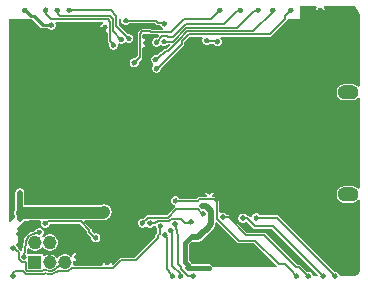
<source format=gbl>
%TF.GenerationSoftware,KiCad,Pcbnew,9.0.0*%
%TF.CreationDate,2025-03-31T12:51:01+01:00*%
%TF.ProjectId,vm_rp2040_brain_0.1,766d5f72-7032-4303-9430-5f627261696e,rev?*%
%TF.SameCoordinates,Original*%
%TF.FileFunction,Copper,L2,Bot*%
%TF.FilePolarity,Positive*%
%FSLAX45Y45*%
G04 Gerber Fmt 4.5, Leading zero omitted, Abs format (unit mm)*
G04 Created by KiCad (PCBNEW 9.0.0) date 2025-03-31 12:51:01*
%MOMM*%
%LPD*%
G01*
G04 APERTURE LIST*
G04 Aperture macros list*
%AMRoundRect*
0 Rectangle with rounded corners*
0 $1 Rounding radius*
0 $2 $3 $4 $5 $6 $7 $8 $9 X,Y pos of 4 corners*
0 Add a 4 corners polygon primitive as box body*
4,1,4,$2,$3,$4,$5,$6,$7,$8,$9,$2,$3,0*
0 Add four circle primitives for the rounded corners*
1,1,$1+$1,$2,$3*
1,1,$1+$1,$4,$5*
1,1,$1+$1,$6,$7*
1,1,$1+$1,$8,$9*
0 Add four rect primitives between the rounded corners*
20,1,$1+$1,$2,$3,$4,$5,0*
20,1,$1+$1,$4,$5,$6,$7,0*
20,1,$1+$1,$6,$7,$8,$9,0*
20,1,$1+$1,$8,$9,$2,$3,0*%
G04 Aperture macros list end*
%TA.AperFunction,NonConductor*%
%ADD10C,0.000000*%
%TD*%
%TA.AperFunction,NonConductor*%
%ADD11C,0.250000*%
%TD*%
%TA.AperFunction,NonConductor*%
%ADD12C,0.555000*%
%TD*%
%TA.AperFunction,ComponentPad*%
%ADD13RoundRect,0.172720X0.259080X0.259080X-0.259080X0.259080X-0.259080X-0.259080X0.259080X-0.259080X0*%
%TD*%
%TA.AperFunction,ComponentPad*%
%ADD14C,0.863600*%
%TD*%
%TA.AperFunction,ComponentPad*%
%ADD15C,0.750000*%
%TD*%
%TA.AperFunction,ComponentPad*%
%ADD16O,2.200000X1.200000*%
%TD*%
%TA.AperFunction,ComponentPad*%
%ADD17O,1.800000X1.200000*%
%TD*%
%TA.AperFunction,ViaPad*%
%ADD18C,0.450000*%
%TD*%
%TA.AperFunction,Conductor*%
%ADD19C,0.130000*%
%TD*%
%TA.AperFunction,Conductor*%
%ADD20C,0.249990*%
%TD*%
%TA.AperFunction,Conductor*%
%ADD21C,1.000000*%
%TD*%
%TA.AperFunction,Conductor*%
%ADD22C,0.200000*%
%TD*%
%TA.AperFunction,Conductor*%
%ADD23C,0.500000*%
%TD*%
%TA.AperFunction,Conductor*%
%ADD24C,0.400000*%
%TD*%
%TA.AperFunction,Conductor*%
%ADD25C,0.300000*%
%TD*%
G04 APERTURE END LIST*
D10*
%TA.AperFunction,NonConductor*%
G36*
X-1197115Y127500D02*
G01*
X-1227615Y127500D01*
X-1227615Y127559D01*
X-1221831Y141524D01*
X-1211141Y152215D01*
X-1197176Y158001D01*
X-1197115Y158001D01*
X-1197115Y127500D01*
G37*
%TD.AperFunction*%
%TA.AperFunction,NonConductor*%
G36*
X-454632Y-831499D02*
G01*
X-485132Y-831499D01*
X-485132Y-831441D01*
X-479349Y-817476D01*
X-468658Y-806785D01*
X-454693Y-800999D01*
X-454632Y-800999D01*
X-454632Y-831499D01*
G37*
%TD.AperFunction*%
%TA.AperFunction,NonConductor*%
G36*
X-274000Y-180500D02*
G01*
X-275059Y-180500D01*
X-289024Y-174714D01*
X-299715Y-164026D01*
X-305499Y-150058D01*
X-305499Y-148999D01*
X-274000Y-148999D01*
X-274000Y-180500D01*
G37*
%TD.AperFunction*%
%TA.AperFunction,NonConductor*%
G36*
X1119490Y1148230D02*
G01*
X1117785Y1146526D01*
X1111999Y1132558D01*
X1111999Y1132500D01*
X1187999Y1132500D01*
X1187999Y1132558D01*
X1182215Y1146526D01*
X1180511Y1148230D01*
X1185771Y1160930D01*
X1442626Y1160930D01*
X1444188Y1159365D01*
X1471549Y1118420D01*
X1485928Y1083701D01*
X1485928Y481670D01*
X1473228Y477817D01*
X1470061Y482559D01*
X1449385Y496374D01*
X1425001Y501223D01*
X1354000Y501223D01*
X1329614Y496374D01*
X1308941Y482559D01*
X1295126Y461886D01*
X1290277Y437500D01*
X1290277Y426499D01*
X1295126Y402112D01*
X1308941Y381439D01*
X1329614Y367627D01*
X1354000Y362776D01*
X1425001Y362776D01*
X1449385Y367627D01*
X1470061Y381439D01*
X1473228Y386184D01*
X1485928Y382331D01*
X1485928Y-382331D01*
X1473228Y-386184D01*
X1470061Y-381439D01*
X1449385Y-367627D01*
X1425001Y-362776D01*
X1354000Y-362776D01*
X1329614Y-367627D01*
X1308941Y-381439D01*
X1295126Y-402112D01*
X1290277Y-426499D01*
X1290277Y-437500D01*
X1295126Y-461886D01*
X1308941Y-482559D01*
X1329614Y-496374D01*
X1354000Y-501223D01*
X1425001Y-501223D01*
X1449385Y-496374D01*
X1470061Y-482559D01*
X1473228Y-477817D01*
X1485928Y-481670D01*
X1485928Y-1083701D01*
X1471549Y-1118420D01*
X1425000Y-1125000D01*
X1400000Y-1125000D01*
X1350000Y-1125000D01*
X1325000Y-1125000D01*
X1313000Y-1117443D01*
X1307216Y-1103475D01*
X1296525Y-1092784D01*
X1282558Y-1087001D01*
X1270165Y-1087001D01*
X798340Y-615175D01*
X790730Y-610090D01*
X781756Y-608305D01*
X781756Y-608307D01*
X639478Y-608307D01*
X630712Y-599542D01*
X616748Y-593755D01*
X601629Y-593755D01*
X587662Y-599542D01*
X576974Y-610232D01*
X572399Y-621274D01*
X559455Y-626290D01*
X550027Y-616862D01*
X542420Y-611779D01*
X533446Y-609994D01*
X533443Y-609994D01*
X527147Y-609994D01*
X517787Y-600634D01*
X503819Y-594848D01*
X488701Y-594848D01*
X474736Y-600634D01*
X464045Y-611322D01*
X458262Y-625290D01*
X458262Y-640408D01*
X464045Y-654373D01*
X474736Y-665063D01*
X488701Y-670847D01*
X503819Y-670847D01*
X517787Y-665063D01*
X524843Y-658007D01*
X583418Y-716582D01*
X591025Y-721665D01*
X599999Y-723450D01*
X600001Y-723450D01*
X740286Y-723450D01*
X1137001Y-1120165D01*
X1137001Y-1125000D01*
X1125000Y-1125000D01*
X1100000Y-1125000D01*
X1088261Y-1125000D01*
X1087999Y-1125000D01*
X1087999Y-1117443D01*
X1082215Y-1103475D01*
X1071524Y-1092784D01*
X1057559Y-1087001D01*
X1042441Y-1087001D01*
X1040798Y-1087681D01*
X989058Y-1035942D01*
X982609Y-1031631D01*
X974999Y-1030117D01*
X958235Y-1030117D01*
X689059Y-760941D01*
X682607Y-756630D01*
X675000Y-755119D01*
X533235Y-755119D01*
X389059Y-610941D01*
X382608Y-606631D01*
X375001Y-605119D01*
X357896Y-605119D01*
X357215Y-603476D01*
X346525Y-592785D01*
X332560Y-586999D01*
X317442Y-586999D01*
X307581Y-591083D01*
X294881Y-584784D01*
X294881Y-499999D01*
X293367Y-492392D01*
X289060Y-485940D01*
X264058Y-460941D01*
X257609Y-456631D01*
X250000Y-455117D01*
X239179Y-455117D01*
X235834Y-446448D01*
X235453Y-442417D01*
X245295Y-432575D01*
X251082Y-418610D01*
X251082Y-418551D01*
X175082Y-418551D01*
X175082Y-418610D01*
X180866Y-432575D01*
X190708Y-442417D01*
X190327Y-446448D01*
X186985Y-455117D01*
X125001Y-455117D01*
X117391Y-456631D01*
X110942Y-460941D01*
X104765Y-467119D01*
X-42106Y-467119D01*
X-42786Y-465475D01*
X-53475Y-454784D01*
X-67442Y-449001D01*
X-82558Y-449001D01*
X-96525Y-454784D01*
X-107216Y-465475D01*
X-113000Y-479440D01*
X-113000Y-494558D01*
X-107216Y-508526D01*
X-96525Y-519214D01*
X-82560Y-525000D01*
X-76992Y-536811D01*
X-77026Y-537700D01*
X-82100Y-541094D01*
X-149578Y-608569D01*
X-307845Y-608569D01*
X-307848Y-608569D01*
X-315455Y-610083D01*
X-321904Y-614390D01*
X-344762Y-637248D01*
X-346405Y-636567D01*
X-361523Y-636567D01*
X-375491Y-642353D01*
X-386179Y-653042D01*
X-391965Y-667009D01*
X-391965Y-682125D01*
X-386179Y-696092D01*
X-375491Y-706783D01*
X-361523Y-712567D01*
X-346405Y-712567D01*
X-332440Y-706783D01*
X-332379Y-706722D01*
X-314637Y-706765D01*
X-312524Y-708878D01*
X-298559Y-714662D01*
X-283441Y-714662D01*
X-269474Y-708878D01*
X-258785Y-698188D01*
X-258105Y-696544D01*
X-244599Y-696544D01*
X-240449Y-699950D01*
X-240449Y-706658D01*
X-234663Y-720626D01*
X-229194Y-726095D01*
X-229194Y-756216D01*
X-237985Y-765010D01*
X-242296Y-771459D01*
X-243810Y-779069D01*
X-243810Y-789887D01*
X-420799Y-966879D01*
X-533972Y-966879D01*
X-541579Y-968393D01*
X-548030Y-972703D01*
X-603951Y-1028624D01*
X-614716Y-1021428D01*
X-613001Y-1017288D01*
X-613001Y-1017227D01*
X-689000Y-1017227D01*
X-689000Y-1017288D01*
X-687083Y-1021916D01*
X-695569Y-1034616D01*
X-933701Y-1034616D01*
X-943447Y-1021916D01*
X-942000Y-1016518D01*
X-942000Y-999698D01*
X-937793Y-996226D01*
X-930407Y-992675D01*
X-917557Y-997999D01*
X-917499Y-997999D01*
X-917499Y-959998D01*
X-917499Y-921997D01*
X-917557Y-921997D01*
X-931525Y-927783D01*
X-942213Y-938474D01*
X-947999Y-952439D01*
X-947999Y-955167D01*
X-960699Y-960427D01*
X-968441Y-952685D01*
X-984060Y-943668D01*
X-1001481Y-939000D01*
X-1019518Y-939000D01*
X-1036940Y-943668D01*
X-1052561Y-952685D01*
X-1065314Y-965441D01*
X-1067651Y-969488D01*
X-1080351Y-969488D01*
X-1082685Y-965441D01*
X-1095441Y-952685D01*
X-1111060Y-943668D01*
X-1124999Y-939932D01*
X-1124999Y-1007501D01*
X-1150000Y-1007501D01*
X-1150000Y-939932D01*
X-1163940Y-943668D01*
X-1179561Y-952685D01*
X-1183300Y-956427D01*
X-1196000Y-951167D01*
X-1196000Y-939000D01*
X-1322852Y-939000D01*
X-1332766Y-927885D01*
X-1327551Y-891642D01*
X-1314077Y-887156D01*
X-1306561Y-894674D01*
X-1290940Y-903691D01*
X-1273518Y-908360D01*
X-1255481Y-908360D01*
X-1238060Y-903691D01*
X-1222441Y-894674D01*
X-1209685Y-881921D01*
X-1207351Y-877875D01*
X-1194651Y-877875D01*
X-1192314Y-881921D01*
X-1179561Y-894674D01*
X-1163940Y-903691D01*
X-1146518Y-908360D01*
X-1128481Y-908360D01*
X-1111060Y-903691D01*
X-1095441Y-894674D01*
X-1082688Y-881921D01*
X-1073668Y-866300D01*
X-1069000Y-848878D01*
X-1069000Y-830842D01*
X-1073668Y-813420D01*
X-1082688Y-797801D01*
X-1095441Y-785048D01*
X-1111060Y-776028D01*
X-1128481Y-771360D01*
X-1146518Y-771360D01*
X-1163940Y-776028D01*
X-1179561Y-785048D01*
X-1187282Y-792770D01*
X-1202190Y-793788D01*
X-1204194Y-792975D01*
X-1207508Y-789295D01*
X-1205514Y-784012D01*
X-1196505Y-775002D01*
X-1190719Y-761035D01*
X-1190719Y-745919D01*
X-1196505Y-731952D01*
X-1207193Y-721263D01*
X-1221161Y-715477D01*
X-1236279Y-715477D01*
X-1250244Y-721263D01*
X-1260935Y-731952D01*
X-1265166Y-742170D01*
X-1287719Y-747862D01*
X-1287783Y-747608D01*
X-1289169Y-747791D01*
X-1299266Y-751975D01*
X-1299281Y-751980D01*
X-1299281Y-751982D01*
X-1299284Y-751982D01*
X-1312156Y-757314D01*
X-1331897Y-772462D01*
X-1347046Y-792203D01*
X-1356568Y-815190D01*
X-1357826Y-824738D01*
X-1358247Y-826861D01*
X-1358161Y-827296D01*
X-1358288Y-828251D01*
X-1358829Y-829788D01*
X-1371117Y-915223D01*
X-1383998Y-915566D01*
X-1384130Y-914893D01*
X-1388440Y-908441D01*
X-1408044Y-888837D01*
X-1411999Y-886196D01*
X-1411999Y-880440D01*
X-1417785Y-866475D01*
X-1427759Y-856501D01*
X-1417785Y-846526D01*
X-1411999Y-832559D01*
X-1411999Y-820588D01*
X-1410251Y-815967D01*
X-1407500Y-813651D01*
X-1407500Y-770854D01*
X-1407500Y-732856D01*
X-1407559Y-732856D01*
X-1411900Y-734652D01*
X-1419093Y-723887D01*
X-1365103Y-669897D01*
X-1356705Y-657327D01*
X-1356655Y-657073D01*
X-1327958Y-657073D01*
X-1303376Y-652183D01*
X-1301308Y-650801D01*
X-1221222Y-650801D01*
X-1212741Y-663501D01*
X-1215281Y-669635D01*
X-1215281Y-684754D01*
X-1209497Y-698718D01*
X-1198806Y-709409D01*
X-1184839Y-715193D01*
X-1169723Y-715193D01*
X-1155756Y-709409D01*
X-1145065Y-698718D01*
X-1139281Y-684754D01*
X-1139281Y-681459D01*
X-886356Y-681459D01*
X-822919Y-744896D01*
X-822919Y-752843D01*
X-821406Y-760451D01*
X-817095Y-766902D01*
X-787999Y-795998D01*
X-787999Y-807557D01*
X-782213Y-821525D01*
X-771525Y-832213D01*
X-757558Y-837999D01*
X-742439Y-837999D01*
X-728475Y-832213D01*
X-717784Y-821525D01*
X-712000Y-807557D01*
X-712000Y-792439D01*
X-717784Y-778474D01*
X-728475Y-767784D01*
X-742439Y-761997D01*
X-757558Y-761997D01*
X-763361Y-764403D01*
X-783156Y-744606D01*
X-783156Y-736658D01*
X-784670Y-729051D01*
X-788980Y-722600D01*
X-849043Y-662536D01*
X-844184Y-650801D01*
X-684743Y-650801D01*
X-660164Y-645912D01*
X-639323Y-631988D01*
X-630819Y-623484D01*
X-616895Y-602643D01*
X-612005Y-578063D01*
X-616895Y-553481D01*
X-630819Y-532643D01*
X-651657Y-518719D01*
X-676239Y-513829D01*
X-700822Y-518719D01*
X-706232Y-522333D01*
X-1321686Y-522333D01*
X-1341057Y-526186D01*
X-1352177Y-519120D01*
X-1353757Y-516954D01*
X-1353757Y-419552D01*
X-1354501Y-415808D01*
X-1354501Y-411993D01*
X-1355961Y-408468D01*
X-1356705Y-404724D01*
X-1358826Y-401551D01*
X-1360284Y-398026D01*
X-1362984Y-395328D01*
X-1365103Y-392156D01*
X-1368278Y-390035D01*
X-1370975Y-387337D01*
X-1374501Y-385877D01*
X-1377673Y-383756D01*
X-1381417Y-383012D01*
X-1384943Y-381551D01*
X-1388758Y-381551D01*
X-1392499Y-380807D01*
X-1396243Y-381551D01*
X-1400058Y-381551D01*
X-1403584Y-383012D01*
X-1407328Y-383756D01*
X-1410500Y-385877D01*
X-1414026Y-387337D01*
X-1416723Y-390035D01*
X-1419896Y-392156D01*
X-1422016Y-395328D01*
X-1424714Y-398026D01*
X-1426174Y-401551D01*
X-1428295Y-404724D01*
X-1429040Y-408468D01*
X-1430500Y-411993D01*
X-1430500Y-415808D01*
X-1431244Y-419552D01*
X-1431244Y-563616D01*
X-1434346Y-568256D01*
X-1439235Y-592839D01*
X-1434346Y-617421D01*
X-1431244Y-622061D01*
X-1431244Y-626453D01*
X-1474196Y-669404D01*
X-1485928Y-664543D01*
X-1485928Y1039757D01*
X-1480000Y1050000D01*
X-1305024Y1050000D01*
X-1300000Y1049000D01*
X-1285768Y1049000D01*
X-1218385Y981616D01*
X-1209949Y975980D01*
X-1200000Y974001D01*
X-1152741Y974001D01*
X-1146526Y967786D01*
X-1132558Y962000D01*
X-1117443Y962000D01*
X-1103475Y967786D01*
X-1092784Y978474D01*
X-1087001Y992442D01*
X-1087001Y1007560D01*
X-1090996Y1017209D01*
X-1088395Y1023135D01*
X-1084661Y1027981D01*
X-1083231Y1029119D01*
X-688122Y1029119D01*
X-685597Y1016419D01*
X-693478Y1013153D01*
X-704167Y1002464D01*
X-709953Y988497D01*
X-709953Y988438D01*
X-671952Y988438D01*
X-671952Y980938D01*
X-664454Y980938D01*
X-664454Y942939D01*
X-664395Y942939D01*
X-659582Y944931D01*
X-646882Y936445D01*
X-646882Y865929D01*
X-645368Y858322D01*
X-641058Y851870D01*
X-634703Y845515D01*
X-638000Y837557D01*
X-638000Y822439D01*
X-632214Y808472D01*
X-621525Y797784D01*
X-607558Y791997D01*
X-592440Y791997D01*
X-578475Y797784D01*
X-567784Y808472D01*
X-562000Y822439D01*
X-562000Y837489D01*
X-557903Y842058D01*
X-551721Y845929D01*
X-539732Y840964D01*
X-524614Y840964D01*
X-510649Y846750D01*
X-499958Y857438D01*
X-487617Y854052D01*
X-476006Y849244D01*
X-460888Y849244D01*
X-446923Y855030D01*
X-436232Y865718D01*
X-430449Y879686D01*
X-430449Y894801D01*
X-436232Y908769D01*
X-446923Y919460D01*
X-460888Y925243D01*
X-476006Y925243D01*
X-477650Y924563D01*
X-555117Y1002033D01*
X-555117Y1050000D01*
X-534645Y1050000D01*
X-532000Y1046041D01*
X-532000Y1030923D01*
X-526214Y1016958D01*
X-515526Y1006267D01*
X-501559Y1000481D01*
X-486440Y1000481D01*
X-472476Y1006267D01*
X-461785Y1016958D01*
X-460581Y1019861D01*
X-249390Y1019861D01*
X-234058Y1004529D01*
X-227609Y1000219D01*
X-220000Y998708D01*
X-204526Y998708D01*
X-201216Y990714D01*
X-190525Y980023D01*
X-176558Y974240D01*
X-176756Y961621D01*
X-270899Y961621D01*
X-272336Y963059D01*
X-278788Y967369D01*
X-286395Y968883D01*
X-354086Y968883D01*
X-361696Y967369D01*
X-368145Y963059D01*
X-389059Y942144D01*
X-393367Y935695D01*
X-394881Y928088D01*
X-394881Y740186D01*
X-415757Y719308D01*
X-417401Y719991D01*
X-432519Y719991D01*
X-446486Y714205D01*
X-457175Y703514D01*
X-462961Y689549D01*
X-462961Y674431D01*
X-457175Y660464D01*
X-446486Y649775D01*
X-432519Y643989D01*
X-417401Y643989D01*
X-403436Y649775D01*
X-392745Y660464D01*
X-386961Y674431D01*
X-386961Y689549D01*
X-387642Y691192D01*
X-360942Y717890D01*
X-356631Y724342D01*
X-355117Y731949D01*
X-355117Y809076D01*
X-342417Y816122D01*
X-333835Y812566D01*
X-333774Y812566D01*
X-333774Y850565D01*
X-333774Y888566D01*
X-333835Y888566D01*
X-342417Y885010D01*
X-355117Y892056D01*
X-355117Y919851D01*
X-345851Y929119D01*
X-294630Y929119D01*
X-293192Y927679D01*
X-286743Y923371D01*
X-279133Y921857D01*
X-219766Y921857D01*
X-214506Y909157D01*
X-229730Y893930D01*
X-242227Y893930D01*
X-256195Y888147D01*
X-266883Y877456D01*
X-272669Y863491D01*
X-272669Y848373D01*
X-266883Y834405D01*
X-256195Y823717D01*
X-242227Y817931D01*
X-227112Y817931D01*
X-213144Y823717D01*
X-202453Y834405D01*
X-193170Y829417D01*
X-192842Y829099D01*
X-192832Y829092D01*
X-178867Y823305D01*
X-163749Y823305D01*
X-149781Y829092D01*
X-139093Y839780D01*
X-138412Y841423D01*
X-122022Y841423D01*
X-117160Y829691D01*
X-144932Y801919D01*
X-156522Y801919D01*
X-164132Y800405D01*
X-170581Y796094D01*
X-190711Y775967D01*
X-195867Y774941D01*
X-202319Y770631D01*
X-229197Y743753D01*
X-237442Y747166D01*
X-252560Y747166D01*
X-266525Y741380D01*
X-277216Y730692D01*
X-282999Y716725D01*
X-282999Y701609D01*
X-277216Y687642D01*
X-266525Y676953D01*
X-262966Y675477D01*
X-262557Y674784D01*
X-260955Y660898D01*
X-267500Y654352D01*
X-273284Y640385D01*
X-273284Y625269D01*
X-267500Y611302D01*
X-256809Y600611D01*
X-242844Y594827D01*
X-227726Y594827D01*
X-213759Y600611D01*
X-203070Y611302D01*
X-197284Y625269D01*
X-197284Y636547D01*
X-7363Y826470D01*
X-3053Y832919D01*
X-1539Y840529D01*
X-1539Y855983D01*
X44595Y902119D01*
X151785Y902119D01*
X156911Y889419D01*
X151999Y877557D01*
X151999Y862439D01*
X157785Y848474D01*
X168473Y837783D01*
X182441Y831997D01*
X197559Y831997D01*
X211524Y837783D01*
X218857Y845116D01*
X245031Y845116D01*
X247785Y838474D01*
X258473Y827783D01*
X272440Y821997D01*
X287558Y821997D01*
X301523Y827783D01*
X312214Y838474D01*
X317998Y852439D01*
X317998Y867557D01*
X312214Y881525D01*
X304320Y889419D01*
X308272Y902119D01*
X722000Y902119D01*
X729610Y903630D01*
X736059Y907941D01*
X870029Y1041911D01*
X874339Y1048362D01*
X874664Y1050000D01*
X980001Y1050000D01*
X980001Y1160930D01*
X1114229Y1160930D01*
X1119490Y1148230D01*
G37*
%TD.AperFunction*%
D11*
X225581Y-411051D02*
G75*
G02*
X200581Y-411051I-12500J0D01*
G01*
X200581Y-411051D02*
G75*
G02*
X225581Y-411051I12500J0D01*
G01*
D10*
%TA.AperFunction,NonConductor*%
G36*
X-83475Y52215D02*
G01*
X-72784Y41524D01*
X-67000Y27559D01*
X-67000Y26500D01*
X-98501Y26500D01*
X-98501Y57998D01*
X-97442Y57998D01*
X-83475Y52215D01*
G37*
%TD.AperFunction*%
D11*
X-1437500Y-1124999D02*
G75*
G02*
X-1462500Y-1124999I-12500J0D01*
G01*
X-1462500Y-1124999D02*
G75*
G02*
X-1437500Y-1124999I12500J0D01*
G01*
D10*
%TA.AperFunction,NonConductor*%
G36*
X-658500Y-1002228D02*
G01*
X-689000Y-1002228D01*
X-689000Y-1002170D01*
X-683217Y-988202D01*
X-672526Y-977514D01*
X-658559Y-971728D01*
X-658500Y-971728D01*
X-658500Y-1002228D01*
G37*
%TD.AperFunction*%
%TA.AperFunction,NonConductor*%
G36*
X-1151616Y112441D02*
G01*
X-1157402Y98476D01*
X-1168090Y87785D01*
X-1182058Y81999D01*
X-1182116Y81999D01*
X-1182116Y112499D01*
X-1151616Y112499D01*
X-1151616Y112441D01*
G37*
%TD.AperFunction*%
%TA.AperFunction,NonConductor*%
G36*
X187998Y432440D02*
G01*
X182215Y418475D01*
X171524Y407784D01*
X157559Y401998D01*
X157500Y401998D01*
X157500Y432499D01*
X187998Y432499D01*
X187998Y432440D01*
G37*
%TD.AperFunction*%
D11*
X-25001Y100000D02*
G75*
G02*
X-50001Y100000I-12500J0D01*
G01*
X-50001Y100000D02*
G75*
G02*
X-25001Y100000I12500J0D01*
G01*
D10*
%TA.AperFunction,NonConductor*%
G36*
X-111501Y-136002D02*
G01*
X-142999Y-136002D01*
X-142999Y-134943D01*
X-137213Y-120975D01*
X-126525Y-110284D01*
X-112558Y-104501D01*
X-111501Y-104501D01*
X-111501Y-136002D01*
G37*
%TD.AperFunction*%
%TA.AperFunction,NonConductor*%
G36*
X-245974Y214714D02*
G01*
X-235285Y204026D01*
X-229499Y190058D01*
X-229499Y188999D01*
X-261000Y188999D01*
X-261000Y220500D01*
X-259941Y220500D01*
X-245974Y214714D01*
G37*
%TD.AperFunction*%
%TA.AperFunction,NonConductor*%
G36*
X-795304Y594040D02*
G01*
X-801091Y580073D01*
X-811779Y569384D01*
X-825746Y563598D01*
X-825805Y563598D01*
X-825805Y594098D01*
X-795304Y594098D01*
X-795304Y594040D01*
G37*
%TD.AperFunction*%
%TA.AperFunction,NonConductor*%
G36*
X-245974Y-110284D02*
G01*
X-235285Y-120975D01*
X-229499Y-134943D01*
X-229499Y-135999D01*
X-261000Y-135999D01*
X-261000Y-104501D01*
X-259941Y-104501D01*
X-245974Y-110284D01*
G37*
%TD.AperFunction*%
D11*
X43501Y-1058499D02*
G75*
G02*
X18501Y-1058499I-12500J0D01*
G01*
X18501Y-1058499D02*
G75*
G02*
X43501Y-1058499I12500J0D01*
G01*
D10*
%TA.AperFunction,NonConductor*%
G36*
X-83475Y-110284D02*
G01*
X-72784Y-120975D01*
X-67000Y-134943D01*
X-67000Y-136002D01*
X-98501Y-136002D01*
X-98501Y-104501D01*
X-97442Y-104501D01*
X-83475Y-110284D01*
G37*
%TD.AperFunction*%
%TA.AperFunction,NonConductor*%
G36*
X-436499Y-180500D02*
G01*
X-437558Y-180500D01*
X-451526Y-174714D01*
X-462214Y-164026D01*
X-468000Y-150058D01*
X-468000Y-149001D01*
X-436499Y-149001D01*
X-436499Y-180500D01*
G37*
%TD.AperFunction*%
%TA.AperFunction,NonConductor*%
G36*
X-1386952Y-191000D02*
G01*
X-1387010Y-191000D01*
X-1400978Y-185214D01*
X-1411669Y-174526D01*
X-1417452Y-160558D01*
X-1417452Y-160500D01*
X-1386952Y-160500D01*
X-1386952Y-191000D01*
G37*
%TD.AperFunction*%
D11*
X783032Y407784D02*
G75*
G02*
X758032Y407784I-12500J0D01*
G01*
X758032Y407784D02*
G75*
G02*
X783032Y407784I12500J0D01*
G01*
D10*
%TA.AperFunction,NonConductor*%
G36*
X-1378476Y-738640D02*
G01*
X-1367787Y-749330D01*
X-1362001Y-763295D01*
X-1362001Y-763356D01*
X-1392502Y-763356D01*
X-1392502Y-732856D01*
X-1392443Y-732856D01*
X-1378476Y-738640D01*
G37*
%TD.AperFunction*%
%TA.AperFunction,NonConductor*%
G36*
X-436499Y144501D02*
G01*
X-437558Y144501D01*
X-451526Y150284D01*
X-462214Y160975D01*
X-468000Y174940D01*
X-468000Y175999D01*
X-436499Y175999D01*
X-436499Y144501D01*
G37*
%TD.AperFunction*%
%TA.AperFunction,NonConductor*%
G36*
X-111501Y188999D02*
G01*
X-142999Y188999D01*
X-142999Y190058D01*
X-137213Y204026D01*
X-126525Y214714D01*
X-112558Y220500D01*
X-111501Y220500D01*
X-111501Y188999D01*
G37*
%TD.AperFunction*%
D12*
X-1109751Y-1007501D02*
G75*
G02*
X-1165251Y-1007501I-27750J0D01*
G01*
X-1165251Y-1007501D02*
G75*
G02*
X-1109751Y-1007501I27750J0D01*
G01*
D10*
%TA.AperFunction,NonConductor*%
G36*
X140889Y-906302D02*
G01*
X135103Y-920267D01*
X124412Y-930958D01*
X110447Y-936744D01*
X110388Y-936744D01*
X110388Y-906244D01*
X140889Y-906244D01*
X140889Y-906302D01*
G37*
%TD.AperFunction*%
%TA.AperFunction,NonConductor*%
G36*
X142499Y447500D02*
G01*
X111999Y447500D01*
X111999Y447558D01*
X117785Y461523D01*
X128473Y472214D01*
X142441Y478000D01*
X142499Y478000D01*
X142499Y447500D01*
G37*
%TD.AperFunction*%
%TA.AperFunction,NonConductor*%
G36*
X763031Y415285D02*
G01*
X732531Y415285D01*
X732531Y415343D01*
X738317Y429308D01*
X749005Y439999D01*
X762973Y445785D01*
X763031Y445785D01*
X763031Y415285D01*
G37*
%TD.AperFunction*%
%TA.AperFunction,NonConductor*%
G36*
X-1020067Y-770001D02*
G01*
X-1050564Y-770001D01*
X-1050564Y-769943D01*
X-1044781Y-755975D01*
X-1034090Y-745284D01*
X-1020125Y-739501D01*
X-1020067Y-739501D01*
X-1020067Y-770001D01*
G37*
%TD.AperFunction*%
%TA.AperFunction,NonConductor*%
G36*
X-898921Y94160D02*
G01*
X-904707Y80193D01*
X-915396Y69505D01*
X-929363Y63718D01*
X-929422Y63718D01*
X-929422Y94219D01*
X-898921Y94219D01*
X-898921Y94160D01*
G37*
%TD.AperFunction*%
%TA.AperFunction,NonConductor*%
G36*
X142499Y401998D02*
G01*
X142441Y401998D01*
X128473Y407784D01*
X117785Y418475D01*
X111999Y432440D01*
X111999Y432499D01*
X142499Y432499D01*
X142499Y401998D01*
G37*
%TD.AperFunction*%
D11*
X-65501Y-682854D02*
G75*
G02*
X-90501Y-682854I-12500J0D01*
G01*
X-90501Y-682854D02*
G75*
G02*
X-65501Y-682854I12500J0D01*
G01*
D10*
%TA.AperFunction,NonConductor*%
G36*
X470906Y342407D02*
G01*
X440406Y342407D01*
X440406Y342466D01*
X446192Y356433D01*
X456880Y367121D01*
X470847Y372908D01*
X470906Y372908D01*
X470906Y342407D01*
G37*
%TD.AperFunction*%
%TA.AperFunction,NonConductor*%
G36*
X1056386Y496374D02*
G01*
X1077059Y482559D01*
X1090874Y461886D01*
X1095723Y437500D01*
X1095723Y426499D01*
X1090874Y402112D01*
X1077059Y381439D01*
X1056386Y367627D01*
X1031999Y362776D01*
X910999Y362776D01*
X886612Y367627D01*
X865939Y381439D01*
X852127Y402112D01*
X847275Y426499D01*
X847275Y437500D01*
X852127Y461886D01*
X865939Y482559D01*
X886612Y496374D01*
X910999Y501223D01*
X1031999Y501223D01*
X1056386Y496374D01*
G37*
%TD.AperFunction*%
D11*
X621689Y-631756D02*
G75*
G02*
X596689Y-631756I-12500J0D01*
G01*
X596689Y-631756D02*
G75*
G02*
X621689Y-631756I12500J0D01*
G01*
D10*
%TA.AperFunction,NonConductor*%
G36*
X-849627Y-338803D02*
G01*
X-838939Y-349494D01*
X-833153Y-363459D01*
X-833153Y-363520D01*
X-863653Y-363520D01*
X-863653Y-333019D01*
X-863595Y-333019D01*
X-849627Y-338803D01*
G37*
%TD.AperFunction*%
%TA.AperFunction,NonConductor*%
G36*
X63525Y583169D02*
G01*
X74216Y572480D01*
X80000Y558513D01*
X80000Y558455D01*
X49500Y558455D01*
X49500Y588955D01*
X49558Y588955D01*
X63525Y583169D01*
G37*
%TD.AperFunction*%
D11*
X-87500Y-1124999D02*
G75*
G02*
X-112500Y-1124999I-12500J0D01*
G01*
X-112500Y-1124999D02*
G75*
G02*
X-87500Y-1124999I12500J0D01*
G01*
X202500Y869998D02*
G75*
G02*
X177500Y869998I-12500J0D01*
G01*
X177500Y869998D02*
G75*
G02*
X202500Y869998I12500J0D01*
G01*
X-417499Y182499D02*
G75*
G02*
X-442499Y182499I-12500J0D01*
G01*
X-442499Y182499D02*
G75*
G02*
X-417499Y182499I12500J0D01*
G01*
D10*
%TA.AperFunction,NonConductor*%
G36*
X507934Y-938317D02*
G01*
X502148Y-952282D01*
X491460Y-962972D01*
X477492Y-968756D01*
X477434Y-968756D01*
X477434Y-938256D01*
X507934Y-938256D01*
X507934Y-938317D01*
G37*
%TD.AperFunction*%
D11*
X-341464Y-674568D02*
G75*
G02*
X-366464Y-674568I-12500J0D01*
G01*
X-366464Y-674568D02*
G75*
G02*
X-341464Y-674568I12500J0D01*
G01*
D10*
%TA.AperFunction,NonConductor*%
G36*
X-425607Y-806785D02*
G01*
X-414919Y-817476D01*
X-409133Y-831441D01*
X-409133Y-831499D01*
X-439633Y-831499D01*
X-439633Y-800999D01*
X-439575Y-800999D01*
X-425607Y-806785D01*
G37*
%TD.AperFunction*%
D11*
X-668499Y329999D02*
G75*
G02*
X-693499Y329999I-12500J0D01*
G01*
X-693499Y329999D02*
G75*
G02*
X-668499Y329999I12500J0D01*
G01*
X-92499Y-142499D02*
G75*
G02*
X-117499Y-142499I-12500J0D01*
G01*
X-117499Y-142499D02*
G75*
G02*
X-92499Y-142499I12500J0D01*
G01*
D10*
%TA.AperFunction,NonConductor*%
G36*
X1142500Y1087001D02*
G01*
X1142441Y1087001D01*
X1128474Y1092784D01*
X1117785Y1103475D01*
X1111999Y1117443D01*
X1111999Y1117501D01*
X1142500Y1117501D01*
X1142500Y1087001D01*
G37*
%TD.AperFunction*%
D11*
X1062500Y-1124999D02*
G75*
G02*
X1037500Y-1124999I-12500J0D01*
G01*
X1037500Y-1124999D02*
G75*
G02*
X1062500Y-1124999I12500J0D01*
G01*
X-92499Y182499D02*
G75*
G02*
X-117499Y182499I-12500J0D01*
G01*
X-117499Y182499D02*
G75*
G02*
X-92499Y182499I12500J0D01*
G01*
X-820805Y601599D02*
G75*
G02*
X-845805Y601599I-12500J0D01*
G01*
X-845805Y601599D02*
G75*
G02*
X-820805Y601599I12500J0D01*
G01*
X-737499Y-799998D02*
G75*
G02*
X-762499Y-799998I-12500J0D01*
G01*
X-762499Y-799998D02*
G75*
G02*
X-737499Y-799998I12500J0D01*
G01*
X337501Y-625000D02*
G75*
G02*
X312501Y-625000I-12500J0D01*
G01*
X312501Y-625000D02*
G75*
G02*
X337501Y-625000I12500J0D01*
G01*
D10*
%TA.AperFunction,NonConductor*%
G36*
X80000Y543397D02*
G01*
X74216Y529430D01*
X63525Y518739D01*
X49558Y512956D01*
X49500Y512956D01*
X49500Y543456D01*
X80000Y543456D01*
X80000Y543397D01*
G37*
%TD.AperFunction*%
D11*
X-638502Y-1009729D02*
G75*
G02*
X-663502Y-1009729I-12500J0D01*
G01*
X-663502Y-1009729D02*
G75*
G02*
X-638502Y-1009729I12500J0D01*
G01*
D10*
%TA.AperFunction,NonConductor*%
G36*
X-111501Y144501D02*
G01*
X-112558Y144501D01*
X-126525Y150284D01*
X-137213Y160975D01*
X-142999Y174940D01*
X-142999Y175999D01*
X-111501Y175999D01*
X-111501Y144501D01*
G37*
%TD.AperFunction*%
%TA.AperFunction,NonConductor*%
G36*
X-1197115Y81999D02*
G01*
X-1197176Y81999D01*
X-1211141Y87785D01*
X-1221831Y98476D01*
X-1227615Y112441D01*
X-1227615Y112499D01*
X-1197115Y112499D01*
X-1197115Y81999D01*
G37*
%TD.AperFunction*%
D11*
X-1062499Y1124999D02*
G75*
G02*
X-1087499Y1124999I-12500J0D01*
G01*
X-1087499Y1124999D02*
G75*
G02*
X-1062499Y1124999I12500J0D01*
G01*
D10*
%TA.AperFunction,NonConductor*%
G36*
X-67000Y174940D02*
G01*
X-72784Y160975D01*
X-83475Y150284D01*
X-97442Y144501D01*
X-98501Y144501D01*
X-98501Y175999D01*
X-67000Y175999D01*
X-67000Y174940D01*
G37*
%TD.AperFunction*%
%TA.AperFunction,NonConductor*%
G36*
X-636499Y536755D02*
G01*
X-636557Y536755D01*
X-650524Y542541D01*
X-661213Y553232D01*
X-666999Y567197D01*
X-666999Y567256D01*
X-636499Y567256D01*
X-636499Y536755D01*
G37*
%TD.AperFunction*%
D11*
X-523498Y152240D02*
G75*
G02*
X-548498Y152240I-12500J0D01*
G01*
X-548498Y152240D02*
G75*
G02*
X-523498Y152240I12500J0D01*
G01*
X762501Y1124999D02*
G75*
G02*
X737501Y1124999I-12500J0D01*
G01*
X737501Y1124999D02*
G75*
G02*
X762501Y1124999I12500J0D01*
G01*
X162500Y439999D02*
G75*
G02*
X137500Y439999I-12500J0D01*
G01*
X137500Y439999D02*
G75*
G02*
X162500Y439999I12500J0D01*
G01*
X-1177117Y120000D02*
G75*
G02*
X-1202117Y120000I-12500J0D01*
G01*
X-1202117Y120000D02*
G75*
G02*
X-1177117Y120000I12500J0D01*
G01*
D10*
%TA.AperFunction,NonConductor*%
G36*
X-479880Y763618D02*
G01*
X-469189Y752927D01*
X-463405Y738962D01*
X-463405Y738904D01*
X-493906Y738904D01*
X-493906Y769404D01*
X-493847Y769404D01*
X-479880Y763618D01*
G37*
%TD.AperFunction*%
D11*
X1162500Y1124999D02*
G75*
G02*
X1137500Y1124999I-12500J0D01*
G01*
X1137500Y1124999D02*
G75*
G02*
X1162500Y1124999I12500J0D01*
G01*
D10*
%TA.AperFunction,NonConductor*%
G36*
X-629476Y-977514D02*
G01*
X-618787Y-988202D01*
X-613001Y-1002170D01*
X-613001Y-1002228D01*
X-643501Y-1002228D01*
X-643501Y-971728D01*
X-643443Y-971728D01*
X-629476Y-977514D01*
G37*
%TD.AperFunction*%
%TA.AperFunction,NonConductor*%
G36*
X808533Y400225D02*
G01*
X802747Y386260D01*
X792056Y375569D01*
X778091Y369783D01*
X778032Y369783D01*
X778032Y400284D01*
X808533Y400284D01*
X808533Y400225D01*
G37*
%TD.AperFunction*%
D11*
X912501Y1124999D02*
G75*
G02*
X887501Y1124999I-12500J0D01*
G01*
X887501Y1124999D02*
G75*
G02*
X912501Y1124999I12500J0D01*
G01*
D10*
%TA.AperFunction,NonConductor*%
G36*
X-1208998Y-1063002D02*
G01*
X-1319999Y-1063002D01*
X-1319999Y-952001D01*
X-1208998Y-952001D01*
X-1208998Y-1063002D01*
G37*
%TD.AperFunction*%
%TA.AperFunction,NonConductor*%
G36*
X-1097539Y743890D02*
G01*
X-1103325Y729925D01*
X-1114014Y719234D01*
X-1127981Y713450D01*
X-1128039Y713450D01*
X-1128039Y743951D01*
X-1097539Y743951D01*
X-1097539Y743890D01*
G37*
%TD.AperFunction*%
D11*
X-1112499Y1000001D02*
G75*
G02*
X-1137499Y1000001I-12500J0D01*
G01*
X-1137499Y1000001D02*
G75*
G02*
X-1112499Y1000001I12500J0D01*
G01*
D10*
%TA.AperFunction,NonConductor*%
G36*
X-679453Y942939D02*
G01*
X-679511Y942939D01*
X-693478Y948723D01*
X-704167Y959414D01*
X-709953Y973379D01*
X-709953Y973437D01*
X-679453Y973437D01*
X-679453Y942939D01*
G37*
%TD.AperFunction*%
D11*
X-932499Y-3749D02*
G75*
G02*
X-957499Y-3749I-12500J0D01*
G01*
X-957499Y-3749D02*
G75*
G02*
X-932499Y-3749I12500J0D01*
G01*
X-914422Y-200000D02*
G75*
G02*
X-939422Y-200000I-12500J0D01*
G01*
X-939422Y-200000D02*
G75*
G02*
X-914422Y-200000I12500J0D01*
G01*
D10*
%TA.AperFunction,NonConductor*%
G36*
X-436499Y-136002D02*
G01*
X-468000Y-136002D01*
X-468000Y-134943D01*
X-462214Y-120975D01*
X-451526Y-110284D01*
X-437558Y-104501D01*
X-436499Y-104501D01*
X-436499Y-136002D01*
G37*
%TD.AperFunction*%
%TA.AperFunction,NonConductor*%
G36*
X470906Y296906D02*
G01*
X470847Y296906D01*
X456880Y302692D01*
X446192Y313383D01*
X440406Y327348D01*
X440406Y327406D01*
X470906Y327406D01*
X470906Y296906D01*
G37*
%TD.AperFunction*%
D11*
X115388Y-898743D02*
G75*
G02*
X90388Y-898743I-12500J0D01*
G01*
X90388Y-898743D02*
G75*
G02*
X115388Y-898743I12500J0D01*
G01*
D10*
%TA.AperFunction,NonConductor*%
G36*
X124412Y-866529D02*
G01*
X135103Y-877217D01*
X140889Y-891184D01*
X140889Y-891243D01*
X110388Y-891243D01*
X110388Y-860743D01*
X110447Y-860743D01*
X124412Y-866529D01*
G37*
%TD.AperFunction*%
D11*
X-156501Y1012238D02*
G75*
G02*
X-181501Y1012238I-12500J0D01*
G01*
X-181501Y1012238D02*
G75*
G02*
X-156501Y1012238I12500J0D01*
G01*
X1287501Y-1124999D02*
G75*
G02*
X1262501Y-1124999I-12500J0D01*
G01*
X1262501Y-1124999D02*
G75*
G02*
X1287501Y-1124999I12500J0D01*
G01*
D10*
%TA.AperFunction,NonConductor*%
G36*
X-607474Y606971D02*
G01*
X-596783Y596280D01*
X-591000Y582315D01*
X-591000Y582257D01*
X-621500Y582257D01*
X-621500Y612757D01*
X-621441Y612757D01*
X-607474Y606971D01*
G37*
%TD.AperFunction*%
%TA.AperFunction,NonConductor*%
G36*
X-1168090Y152215D02*
G01*
X-1157402Y141524D01*
X-1151616Y127559D01*
X-1151616Y127500D01*
X-1182116Y127500D01*
X-1182116Y158001D01*
X-1182058Y158001D01*
X-1168090Y152215D01*
G37*
%TD.AperFunction*%
%TA.AperFunction,NonConductor*%
G36*
X95387Y-936744D02*
G01*
X95329Y-936744D01*
X81361Y-930958D01*
X70673Y-920267D01*
X64887Y-906302D01*
X64887Y-906244D01*
X95387Y-906244D01*
X95387Y-936744D01*
G37*
%TD.AperFunction*%
D11*
X422631Y48849D02*
G75*
G02*
X397631Y48849I-12500J0D01*
G01*
X397631Y48849D02*
G75*
G02*
X422631Y48849I12500J0D01*
G01*
X-152310Y-777169D02*
G75*
G02*
X-177310Y-777169I-12500J0D01*
G01*
X-177310Y-777169D02*
G75*
G02*
X-152310Y-777169I12500J0D01*
G01*
D10*
%TA.AperFunction,NonConductor*%
G36*
X1042909Y-261447D02*
G01*
X1052053Y-270589D01*
X1057001Y-282534D01*
X1057001Y-295466D01*
X1052053Y-307411D01*
X1042909Y-316553D01*
X1030966Y-321501D01*
X1018035Y-321501D01*
X1006089Y-316553D01*
X996947Y-307411D01*
X992000Y-295466D01*
X992000Y-282534D01*
X996947Y-270589D01*
X1006089Y-261447D01*
X1018035Y-256499D01*
X1030966Y-256499D01*
X1042909Y-261447D01*
G37*
%TD.AperFunction*%
%TA.AperFunction,NonConductor*%
G36*
X551523Y682214D02*
G01*
X562214Y671525D01*
X567997Y657558D01*
X567997Y650128D01*
X570281Y647847D01*
X645234Y647847D01*
X645914Y649491D01*
X656603Y660179D01*
X670570Y665965D01*
X685688Y665965D01*
X699653Y660179D01*
X710344Y649491D01*
X716128Y635523D01*
X716128Y620405D01*
X710344Y606440D01*
X699653Y595749D01*
X685688Y589963D01*
X670570Y589963D01*
X656603Y595749D01*
X645914Y606440D01*
X645234Y608084D01*
X562046Y608084D01*
X562044Y608084D01*
X554436Y609595D01*
X547987Y613905D01*
X546280Y615612D01*
X537558Y611998D01*
X522440Y611998D01*
X508472Y617784D01*
X497784Y628472D01*
X491998Y642440D01*
X491998Y657558D01*
X497784Y671525D01*
X508472Y682214D01*
X522440Y688000D01*
X537558Y688000D01*
X551523Y682214D01*
G37*
%TD.AperFunction*%
D11*
X-870932Y880580D02*
G75*
G02*
X-895932Y880580I-12500J0D01*
G01*
X-895932Y880580D02*
G75*
G02*
X-870932Y880580I12500J0D01*
G01*
D10*
%TA.AperFunction,NonConductor*%
G36*
X612501Y-8075D02*
G01*
X612442Y-8075D01*
X598475Y-2291D01*
X587786Y8400D01*
X582000Y22367D01*
X582000Y22426D01*
X612501Y22426D01*
X612501Y-8075D01*
G37*
%TD.AperFunction*%
D11*
X487500Y1124999D02*
G75*
G02*
X462500Y1124999I-12500J0D01*
G01*
X462500Y1124999D02*
G75*
G02*
X487500Y1124999I12500J0D01*
G01*
D10*
%TA.AperFunction,NonConductor*%
G36*
X612501Y37424D02*
G01*
X582000Y37424D01*
X582000Y37483D01*
X587786Y51450D01*
X598475Y62139D01*
X612442Y67925D01*
X612501Y67925D01*
X612501Y37424D01*
G37*
%TD.AperFunction*%
%TA.AperFunction,NonConductor*%
G36*
X-636499Y582257D02*
G01*
X-666999Y582257D01*
X-666999Y582315D01*
X-661213Y596280D01*
X-650524Y606971D01*
X-636557Y612757D01*
X-636499Y612757D01*
X-636499Y582257D01*
G37*
%TD.AperFunction*%
%TA.AperFunction,NonConductor*%
G36*
X402631Y10851D02*
G01*
X402572Y10851D01*
X388605Y16634D01*
X377916Y27325D01*
X372130Y41290D01*
X372130Y41351D01*
X402631Y41351D01*
X402631Y10851D01*
G37*
%TD.AperFunction*%
%TA.AperFunction,NonConductor*%
G36*
X658000Y22367D02*
G01*
X652216Y8400D01*
X641525Y-2291D01*
X627560Y-8075D01*
X627499Y-8075D01*
X627499Y22426D01*
X658000Y22426D01*
X658000Y22367D01*
G37*
%TD.AperFunction*%
D11*
X690629Y627964D02*
G75*
G02*
X665629Y627964I-12500J0D01*
G01*
X665629Y627964D02*
G75*
G02*
X690629Y627964I12500J0D01*
G01*
D10*
%TA.AperFunction,NonConductor*%
G36*
X-229499Y174940D02*
G01*
X-235285Y160975D01*
X-245974Y150284D01*
X-259941Y144501D01*
X-261000Y144501D01*
X-261000Y175999D01*
X-229499Y175999D01*
X-229499Y174940D01*
G37*
%TD.AperFunction*%
D11*
X-19448Y-1124910D02*
G75*
G02*
X-44448Y-1124910I-12500J0D01*
G01*
X-44448Y-1124910D02*
G75*
G02*
X-19448Y-1124910I12500J0D01*
G01*
X-255000Y-142499D02*
G75*
G02*
X-280000Y-142499I-12500J0D01*
G01*
X-280000Y-142499D02*
G75*
G02*
X-255000Y-142499I12500J0D01*
G01*
D10*
%TA.AperFunction,NonConductor*%
G36*
X-111501Y-18001D02*
G01*
X-112558Y-18001D01*
X-126525Y-12215D01*
X-137213Y-1527D01*
X-142999Y12441D01*
X-142999Y13500D01*
X-111501Y13500D01*
X-111501Y-18001D01*
G37*
%TD.AperFunction*%
D11*
X-102501Y-738485D02*
G75*
G02*
X-127501Y-738485I-12500J0D01*
G01*
X-127501Y-738485D02*
G75*
G02*
X-102501Y-738485I12500J0D01*
G01*
X542499Y649999D02*
G75*
G02*
X517499Y649999I-12500J0D01*
G01*
X517499Y649999D02*
G75*
G02*
X542499Y649999I12500J0D01*
G01*
D10*
%TA.AperFunction,NonConductor*%
G36*
X1024989Y636374D02*
G01*
X1035677Y625683D01*
X1041464Y611716D01*
X1041464Y611657D01*
X1010963Y611657D01*
X1010963Y642158D01*
X1011022Y642158D01*
X1024989Y636374D01*
G37*
%TD.AperFunction*%
D11*
X-858654Y-371018D02*
G75*
G02*
X-883654Y-371018I-12500J0D01*
G01*
X-883654Y-371018D02*
G75*
G02*
X-858654Y-371018I12500J0D01*
G01*
X-1060500Y276106D02*
G75*
G02*
X-1085500Y276106I-12500J0D01*
G01*
X-1085500Y276106D02*
G75*
G02*
X-1060500Y276106I12500J0D01*
G01*
D10*
%TA.AperFunction,NonConductor*%
G36*
X721843Y-333873D02*
G01*
X691345Y-333873D01*
X691345Y-333814D01*
X697128Y-319847D01*
X707819Y-309159D01*
X721784Y-303373D01*
X721843Y-303373D01*
X721843Y-333873D01*
G37*
%TD.AperFunction*%
%TA.AperFunction,NonConductor*%
G36*
X-719361Y947450D02*
G01*
X-708673Y936762D01*
X-702887Y922795D01*
X-702887Y907679D01*
X-708673Y893712D01*
X-719361Y883023D01*
X-733328Y877237D01*
X-748444Y877237D01*
X-762411Y883023D01*
X-768701Y889312D01*
X-783651Y889312D01*
X-1001735Y671228D01*
X-1001735Y661330D01*
X-1007519Y647362D01*
X-1018210Y636674D01*
X-1032175Y630888D01*
X-1047293Y630888D01*
X-1061260Y636674D01*
X-1069470Y627372D01*
X-1070519Y624837D01*
X-1081209Y614149D01*
X-1095174Y608363D01*
X-1110292Y608363D01*
X-1124260Y614149D01*
X-1134948Y624837D01*
X-1140734Y638805D01*
X-1140734Y653923D01*
X-1134948Y667888D01*
X-1124260Y678579D01*
X-1110292Y684362D01*
X-1104118Y684362D01*
X-1104118Y687321D01*
X-1102604Y694929D01*
X-1098293Y701378D01*
X-921433Y878238D01*
X-921433Y888139D01*
X-915647Y902104D01*
X-904959Y912795D01*
X-890991Y918581D01*
X-875873Y918581D01*
X-861908Y912795D01*
X-851218Y902104D01*
X-849412Y897745D01*
X-834433Y894766D01*
X-805945Y923252D01*
X-799495Y927562D01*
X-791888Y929076D01*
X-791886Y929076D01*
X-776285Y929076D01*
X-773102Y936762D01*
X-762411Y947450D01*
X-748444Y953237D01*
X-733328Y953237D01*
X-719361Y947450D01*
G37*
%TD.AperFunction*%
%TA.AperFunction,NonConductor*%
G36*
X-915396Y133934D02*
G01*
X-904707Y123243D01*
X-898921Y109278D01*
X-898921Y109217D01*
X-929422Y109217D01*
X-929422Y139718D01*
X-929363Y139718D01*
X-915396Y133934D01*
G37*
%TD.AperFunction*%
%TA.AperFunction,NonConductor*%
G36*
X334932Y791883D02*
G01*
X345623Y781192D01*
X351409Y767225D01*
X351409Y752109D01*
X345623Y738142D01*
X334932Y727453D01*
X320967Y721667D01*
X305849Y721667D01*
X291884Y727453D01*
X281897Y737438D01*
X199659Y737438D01*
X193365Y738690D01*
X144897Y738690D01*
X144216Y737047D01*
X133525Y726356D01*
X119560Y720573D01*
X104442Y720573D01*
X90475Y726356D01*
X79786Y737047D01*
X74000Y751015D01*
X74000Y766130D01*
X79786Y780098D01*
X90475Y790786D01*
X104442Y796572D01*
X119560Y796572D01*
X133525Y790786D01*
X144216Y780098D01*
X144897Y778454D01*
X198407Y778454D01*
X204704Y777202D01*
X279540Y777202D01*
X281193Y781192D01*
X291884Y791883D01*
X305849Y797667D01*
X320967Y797667D01*
X334932Y791883D01*
G37*
%TD.AperFunction*%
D11*
X-232501Y709168D02*
G75*
G02*
X-257501Y709168I-12500J0D01*
G01*
X-257501Y709168D02*
G75*
G02*
X-232501Y709168I12500J0D01*
G01*
X-189948Y-699099D02*
G75*
G02*
X-214948Y-699099I-12500J0D01*
G01*
X-214948Y-699099D02*
G75*
G02*
X-189948Y-699099I12500J0D01*
G01*
X-481500Y1038482D02*
G75*
G02*
X-506500Y1038482I-12500J0D01*
G01*
X-506500Y1038482D02*
G75*
G02*
X-481500Y1038482I12500J0D01*
G01*
D10*
%TA.AperFunction,NonConductor*%
G36*
X499930Y367121D02*
G01*
X510621Y356433D01*
X516405Y342466D01*
X516405Y342407D01*
X485905Y342407D01*
X485905Y372908D01*
X485966Y372908D01*
X499930Y367121D01*
G37*
%TD.AperFunction*%
%TA.AperFunction,NonConductor*%
G36*
X-304749Y882780D02*
G01*
X-294061Y872091D01*
X-288275Y858124D01*
X-288275Y858065D01*
X-318775Y858065D01*
X-318775Y888566D01*
X-318717Y888566D01*
X-304749Y882780D01*
G37*
%TD.AperFunction*%
%TA.AperFunction,NonConductor*%
G36*
X-1114014Y783664D02*
G01*
X-1103325Y772975D01*
X-1097539Y759008D01*
X-1097539Y758949D01*
X-1128039Y758949D01*
X-1128039Y789450D01*
X-1127981Y789450D01*
X-1114014Y783664D01*
G37*
%TD.AperFunction*%
D11*
X-412460Y681990D02*
G75*
G02*
X-437460Y681990I-12500J0D01*
G01*
X-437460Y681990D02*
G75*
G02*
X-412460Y681990I12500J0D01*
G01*
X-92499Y20000D02*
G75*
G02*
X-117499Y20000I-12500J0D01*
G01*
X-117499Y20000D02*
G75*
G02*
X-92499Y20000I12500J0D01*
G01*
D10*
%TA.AperFunction,NonConductor*%
G36*
X-1386952Y-145501D02*
G01*
X-1417452Y-145501D01*
X-1417452Y-145443D01*
X-1411669Y-131475D01*
X-1400978Y-120785D01*
X-1387010Y-115001D01*
X-1386952Y-115001D01*
X-1386952Y-145501D01*
G37*
%TD.AperFunction*%
%TA.AperFunction,NonConductor*%
G36*
X-941258Y34249D02*
G01*
X-937443Y34249D01*
X-933917Y32789D01*
X-930173Y32045D01*
X-927001Y29924D01*
X-923475Y28466D01*
X-920775Y25766D01*
X-917603Y23645D01*
X-876018Y-17937D01*
X-465501Y-17937D01*
X-460479Y-6165D01*
X-460146Y-3594D01*
X-462214Y-1527D01*
X-468000Y12441D01*
X-468000Y13500D01*
X-429999Y13500D01*
X-392001Y13500D01*
X-392001Y12441D01*
X-397784Y-1527D01*
X-408475Y-12215D01*
X-422440Y-18001D01*
X-432135Y-18001D01*
X-435539Y-24440D01*
X-437159Y-30701D01*
X-435983Y-32459D01*
X-433286Y-35159D01*
X-431825Y-38684D01*
X-429705Y-41857D01*
X-428960Y-45601D01*
X-427500Y-49124D01*
X-427500Y-52941D01*
X-426756Y-56683D01*
X-427500Y-60427D01*
X-427500Y-64242D01*
X-428960Y-67767D01*
X-429705Y-71511D01*
X-431825Y-74684D01*
X-433286Y-78209D01*
X-435983Y-80907D01*
X-438104Y-84079D01*
X-441277Y-86200D01*
X-443974Y-88897D01*
X-447500Y-90358D01*
X-450672Y-92479D01*
X-454416Y-93223D01*
X-457942Y-94684D01*
X-461757Y-94684D01*
X-465501Y-95428D01*
X-814464Y-95428D01*
X-816988Y-108128D01*
X-811779Y-110284D01*
X-801091Y-120975D01*
X-795304Y-134943D01*
X-795304Y-135001D01*
X-833305Y-135001D01*
X-833305Y-150000D01*
X-795304Y-150000D01*
X-795304Y-150058D01*
X-801091Y-164026D01*
X-811779Y-174714D01*
X-824428Y-179954D01*
X-827207Y-185958D01*
X-829142Y-193200D01*
X-801025Y-221318D01*
X-786900Y-221318D01*
X-784080Y-218498D01*
X-770113Y-212712D01*
X-754997Y-212712D01*
X-741030Y-218498D01*
X-730341Y-229187D01*
X-724555Y-243154D01*
X-724555Y-258272D01*
X-730341Y-272237D01*
X-741030Y-282928D01*
X-754997Y-288712D01*
X-770113Y-288712D01*
X-784080Y-282928D01*
X-794769Y-272237D01*
X-797321Y-266080D01*
X-810021Y-268608D01*
X-810021Y-272931D01*
X-815805Y-286898D01*
X-826496Y-297586D01*
X-840461Y-303373D01*
X-855579Y-303373D01*
X-869546Y-297586D01*
X-880234Y-286898D01*
X-886021Y-272931D01*
X-886021Y-268592D01*
X-887311Y-267731D01*
X-917720Y-237320D01*
X-919363Y-238001D01*
X-934481Y-238001D01*
X-948449Y-232214D01*
X-959137Y-221526D01*
X-964923Y-207559D01*
X-964923Y-192441D01*
X-963117Y-188082D01*
X-971603Y-175382D01*
X-1156091Y-175382D01*
X-1174755Y-194046D01*
X-1174554Y-194526D01*
X-1174554Y-209644D01*
X-1180341Y-223611D01*
X-1191029Y-234300D01*
X-1204996Y-240086D01*
X-1220112Y-240086D01*
X-1224473Y-238280D01*
X-1237173Y-246766D01*
X-1237173Y-307754D01*
X-1164643Y-380284D01*
X-1101674Y-380284D01*
X-1094064Y-381798D01*
X-1087615Y-386108D01*
X-1085162Y-388559D01*
X-1079571Y-386245D01*
X-1064456Y-386245D01*
X-1050488Y-392029D01*
X-1039797Y-402720D01*
X-1034014Y-416687D01*
X-1034014Y-431803D01*
X-1039797Y-445770D01*
X-1050488Y-456458D01*
X-1064456Y-462244D01*
X-1079571Y-462244D01*
X-1093539Y-456458D01*
X-1104227Y-445770D01*
X-1110013Y-431803D01*
X-1110013Y-420047D01*
X-1172878Y-420047D01*
X-1180485Y-418534D01*
X-1186937Y-414223D01*
X-1206299Y-394861D01*
X-1212446Y-396166D01*
X-1219751Y-399369D01*
X-1224785Y-411526D01*
X-1235474Y-422214D01*
X-1249441Y-428000D01*
X-1264559Y-428000D01*
X-1278524Y-422214D01*
X-1289215Y-411526D01*
X-1294999Y-397558D01*
X-1294999Y-383159D01*
X-1315735Y-350126D01*
X-1316591Y-347876D01*
X-1317930Y-345874D01*
X-1318557Y-342722D01*
X-1319703Y-339717D01*
X-1319634Y-337312D01*
X-1320104Y-334950D01*
X-1320104Y-310096D01*
X-1320104Y-169362D01*
X-1318461Y-161105D01*
X-1318461Y-129913D01*
X-1316286Y-118989D01*
X-1310099Y-109728D01*
X-1278339Y-77965D01*
X-1277998Y-76256D01*
X-1277998Y-72441D01*
X-1276538Y-68915D01*
X-1275794Y-65174D01*
X-1273673Y-61999D01*
X-1272212Y-58473D01*
X-1269515Y-55776D01*
X-1267394Y-52603D01*
X-1263393Y-48603D01*
X-1250826Y-40206D01*
X-1235997Y-37257D01*
X-1208616Y-37257D01*
X-1203963Y-32603D01*
X-1191395Y-24204D01*
X-1176566Y-21255D01*
X-1017298Y-21255D01*
X-972396Y23645D01*
X-969223Y25766D01*
X-966526Y28466D01*
X-963000Y29924D01*
X-959828Y32045D01*
X-956084Y32789D01*
X-952558Y34249D01*
X-948743Y34249D01*
X-944999Y34994D01*
X-941258Y34249D01*
G37*
%TD.AperFunction*%
%TA.AperFunction,NonConductor*%
G36*
X-1020067Y-815500D02*
G01*
X-1020125Y-815500D01*
X-1034090Y-809714D01*
X-1044781Y-799026D01*
X-1050564Y-785058D01*
X-1050564Y-785000D01*
X-1020067Y-785000D01*
X-1020067Y-815500D01*
G37*
%TD.AperFunction*%
D11*
X162500Y-529999D02*
G75*
G02*
X137500Y-529999I-12500J0D01*
G01*
X137500Y-529999D02*
G75*
G02*
X162500Y-529999I12500J0D01*
G01*
D10*
%TA.AperFunction,NonConductor*%
G36*
X-508904Y738904D02*
G01*
X-539405Y738904D01*
X-539405Y738962D01*
X-533618Y752927D01*
X-522930Y763618D01*
X-508963Y769404D01*
X-508904Y769404D01*
X-508904Y738904D01*
G37*
%TD.AperFunction*%
D11*
X312499Y1124999D02*
G75*
G02*
X287499Y1124999I-12500J0D01*
G01*
X287499Y1124999D02*
G75*
G02*
X312499Y1124999I12500J0D01*
G01*
D10*
%TA.AperFunction,NonConductor*%
G36*
X-392001Y-150058D02*
G01*
X-397784Y-164026D01*
X-408475Y-174714D01*
X-422440Y-180500D01*
X-423499Y-180500D01*
X-423499Y-149001D01*
X-392001Y-149001D01*
X-392001Y-150058D01*
G37*
%TD.AperFunction*%
D11*
X-962499Y1124999D02*
G75*
G02*
X-987499Y1124999I-12500J0D01*
G01*
X-987499Y1124999D02*
G75*
G02*
X-962499Y1124999I12500J0D01*
G01*
D10*
%TA.AperFunction,NonConductor*%
G36*
X-408475Y-110284D02*
G01*
X-397784Y-120975D01*
X-392001Y-134943D01*
X-392001Y-136002D01*
X-423499Y-136002D01*
X-423499Y-104501D01*
X-422440Y-104501D01*
X-408475Y-110284D01*
G37*
%TD.AperFunction*%
%TA.AperFunction,NonConductor*%
G36*
X34501Y558455D02*
G01*
X4001Y558455D01*
X4001Y558513D01*
X9787Y572480D01*
X20475Y583169D01*
X34442Y588955D01*
X34501Y588955D01*
X34501Y558455D01*
G37*
%TD.AperFunction*%
D11*
X-1067498Y399999D02*
G75*
G02*
X-1092498Y399999I-12500J0D01*
G01*
X-1092498Y399999D02*
G75*
G02*
X-1067498Y399999I12500J0D01*
G01*
D10*
%TA.AperFunction,NonConductor*%
G36*
X-627499Y-468000D02*
G01*
X-627558Y-468000D01*
X-641525Y-462214D01*
X-652214Y-451526D01*
X-658000Y-437558D01*
X-658000Y-437500D01*
X-627499Y-437500D01*
X-627499Y-468000D01*
G37*
%TD.AperFunction*%
D11*
X1187499Y-1124999D02*
G75*
G02*
X1162499Y-1124999I-12500J0D01*
G01*
X1162499Y-1124999D02*
G75*
G02*
X1187499Y-1124999I12500J0D01*
G01*
X-1437500Y-887999D02*
G75*
G02*
X-1462500Y-887999I-12500J0D01*
G01*
X-1462500Y-887999D02*
G75*
G02*
X-1437500Y-887999I12500J0D01*
G01*
X171999Y-596115D02*
G75*
G02*
X146999Y-596115I-12500J0D01*
G01*
X146999Y-596115D02*
G75*
G02*
X171999Y-596115I12500J0D01*
G01*
D10*
%TA.AperFunction,NonConductor*%
G36*
X-840806Y563598D02*
G01*
X-840864Y563598D01*
X-854829Y569384D01*
X-865520Y580073D01*
X-871306Y594040D01*
X-871306Y594098D01*
X-840806Y594098D01*
X-840806Y563598D01*
G37*
%TD.AperFunction*%
D11*
X655011Y778099D02*
G75*
G02*
X630011Y778099I-12500J0D01*
G01*
X630011Y778099D02*
G75*
G02*
X655011Y778099I12500J0D01*
G01*
X-897498Y-959998D02*
G75*
G02*
X-922498Y-959998I-12500J0D01*
G01*
X-922498Y-959998D02*
G75*
G02*
X-897498Y-959998I12500J0D01*
G01*
D10*
%TA.AperFunction,NonConductor*%
G36*
X-463405Y723844D02*
G01*
X-469189Y709877D01*
X-479880Y699188D01*
X-493847Y693402D01*
X-493906Y693402D01*
X-493906Y723903D01*
X-463405Y723903D01*
X-463405Y723844D01*
G37*
%TD.AperFunction*%
D11*
X-1164782Y-677194D02*
G75*
G02*
X-1189782Y-677194I-12500J0D01*
G01*
X-1189782Y-677194D02*
G75*
G02*
X-1164782Y-677194I12500J0D01*
G01*
X-417499Y-142499D02*
G75*
G02*
X-442499Y-142499I-12500J0D01*
G01*
X-442499Y-142499D02*
G75*
G02*
X-417499Y-142499I12500J0D01*
G01*
X-222785Y632826D02*
G75*
G02*
X-247785Y632826I-12500J0D01*
G01*
X-247785Y632826D02*
G75*
G02*
X-222785Y632826I12500J0D01*
G01*
D12*
X-1236751Y-839861D02*
G75*
G02*
X-1292251Y-839861I-27750J0D01*
G01*
X-1292251Y-839861D02*
G75*
G02*
X-1236751Y-839861I27750J0D01*
G01*
D10*
%TA.AperFunction,NonConductor*%
G36*
X-872000Y-967557D02*
G01*
X-877783Y-981522D01*
X-888474Y-992213D01*
X-902439Y-997999D01*
X-902500Y-997999D01*
X-902500Y-967499D01*
X-872000Y-967499D01*
X-872000Y-967557D01*
G37*
%TD.AperFunction*%
%TA.AperFunction,NonConductor*%
G36*
X205580Y-403550D02*
G01*
X175082Y-403550D01*
X175082Y-403492D01*
X180866Y-389527D01*
X191557Y-378836D01*
X205522Y-373050D01*
X205580Y-373050D01*
X205580Y-403550D01*
G37*
%TD.AperFunction*%
%TA.AperFunction,NonConductor*%
G36*
X-840806Y609097D02*
G01*
X-871306Y609097D01*
X-871306Y609156D01*
X-865520Y623123D01*
X-854829Y633814D01*
X-840864Y639597D01*
X-840806Y639597D01*
X-840806Y609097D01*
G37*
%TD.AperFunction*%
%TA.AperFunction,NonConductor*%
G36*
X767344Y-348933D02*
G01*
X761558Y-362900D01*
X750870Y-373588D01*
X736902Y-379374D01*
X736844Y-379374D01*
X736844Y-348874D01*
X767344Y-348874D01*
X767344Y-348933D01*
G37*
%TD.AperFunction*%
%TA.AperFunction,NonConductor*%
G36*
X-274000Y188999D02*
G01*
X-305499Y188999D01*
X-305499Y190058D01*
X-299715Y204026D01*
X-289024Y214714D01*
X-275059Y220500D01*
X-274000Y220500D01*
X-274000Y188999D01*
G37*
%TD.AperFunction*%
D11*
X54501Y550954D02*
G75*
G02*
X29501Y550954I-12500J0D01*
G01*
X29501Y550954D02*
G75*
G02*
X54501Y550954I12500J0D01*
G01*
X482433Y-930758D02*
G75*
G02*
X457433Y-930758I-12500J0D01*
G01*
X457433Y-930758D02*
G75*
G02*
X482433Y-930758I12500J0D01*
G01*
D10*
%TA.AperFunction,NonConductor*%
G36*
X34501Y512956D02*
G01*
X34442Y512956D01*
X20475Y518739D01*
X9787Y529430D01*
X4001Y543397D01*
X4001Y543456D01*
X34501Y543456D01*
X34501Y512956D01*
G37*
%TD.AperFunction*%
D11*
X-820805Y-142499D02*
G75*
G02*
X-845805Y-142499I-12500J0D01*
G01*
X-845805Y-142499D02*
G75*
G02*
X-820805Y-142499I12500J0D01*
G01*
D10*
%TA.AperFunction,NonConductor*%
G36*
X721843Y-379374D02*
G01*
X721784Y-379374D01*
X707819Y-373588D01*
X697128Y-362900D01*
X691345Y-348933D01*
X691345Y-348874D01*
X721843Y-348874D01*
X721843Y-379374D01*
G37*
%TD.AperFunction*%
D11*
X-177680Y-179309D02*
G75*
G02*
X-202680Y-179309I-12500J0D01*
G01*
X-202680Y-179309D02*
G75*
G02*
X-177680Y-179309I12500J0D01*
G01*
X-616498Y574756D02*
G75*
G02*
X-641498Y574756I-12500J0D01*
G01*
X-641498Y574756D02*
G75*
G02*
X-616498Y574756I12500J0D01*
G01*
D10*
%TA.AperFunction,NonConductor*%
G36*
X763031Y369783D02*
G01*
X762973Y369783D01*
X749005Y375569D01*
X738317Y386260D01*
X732531Y400225D01*
X732531Y400284D01*
X763031Y400284D01*
X763031Y369783D01*
G37*
%TD.AperFunction*%
%TA.AperFunction,NonConductor*%
G36*
X-1143041Y713450D02*
G01*
X-1143099Y713450D01*
X-1157064Y719234D01*
X-1167755Y729925D01*
X-1173541Y743890D01*
X-1173541Y743951D01*
X-1143041Y743951D01*
X-1143041Y713450D01*
G37*
%TD.AperFunction*%
D11*
X-1379999Y-419552D02*
G75*
G02*
X-1404999Y-419552I-12500J0D01*
G01*
X-1404999Y-419552D02*
G75*
G02*
X-1379999Y-419552I12500J0D01*
G01*
D10*
%TA.AperFunction,NonConductor*%
G36*
X-944420Y63718D02*
G01*
X-944479Y63718D01*
X-958446Y69505D01*
X-969137Y80193D01*
X-974921Y94160D01*
X-974921Y94219D01*
X-944420Y94219D01*
X-944420Y63718D01*
G37*
%TD.AperFunction*%
%TA.AperFunction,NonConductor*%
G36*
X-274000Y144501D02*
G01*
X-275059Y144501D01*
X-289024Y150284D01*
X-299715Y160975D01*
X-305499Y174940D01*
X-305499Y175999D01*
X-274000Y175999D01*
X-274000Y144501D01*
G37*
%TD.AperFunction*%
D11*
X218992Y-1058499D02*
G75*
G02*
X193992Y-1058499I-12500J0D01*
G01*
X193992Y-1058499D02*
G75*
G02*
X218992Y-1058499I12500J0D01*
G01*
D10*
%TA.AperFunction,NonConductor*%
G36*
X1031999Y486999D02*
G01*
X1036851Y486761D01*
X1041656Y486048D01*
X1046368Y484868D01*
X1050941Y483231D01*
X1055333Y481154D01*
X1059499Y478657D01*
X1063401Y475763D01*
X1067000Y472501D01*
X1070262Y468902D01*
X1073156Y465000D01*
X1075653Y460834D01*
X1077730Y456442D01*
X1079367Y451869D01*
X1080547Y447157D01*
X1081260Y442352D01*
X1081498Y437502D01*
X1081499Y437502D01*
X1081499Y426501D01*
X1081498Y426501D01*
X1081260Y421650D01*
X1080547Y416845D01*
X1079367Y412133D01*
X1077730Y407560D01*
X1075653Y403168D01*
X1073156Y399002D01*
X1070262Y395100D01*
X1067000Y391501D01*
X1063401Y388239D01*
X1059499Y385345D01*
X1055333Y382848D01*
X1050941Y380771D01*
X1046368Y379134D01*
X1041656Y377954D01*
X1036851Y377241D01*
X1031999Y377003D01*
X1031999Y377001D01*
X910998Y377001D01*
X910998Y377004D01*
X906147Y377241D01*
X901342Y377954D01*
X896630Y379134D01*
X892057Y380771D01*
X887665Y382848D01*
X883499Y385345D01*
X879597Y388239D01*
X875998Y391501D01*
X872736Y395100D01*
X869842Y399002D01*
X867345Y403168D01*
X865268Y407560D01*
X863631Y412133D01*
X862451Y416845D01*
X861738Y421650D01*
X861500Y426501D01*
X861499Y426501D01*
X861499Y437502D01*
X861500Y437502D01*
X861738Y442352D01*
X862451Y447157D01*
X863631Y451869D01*
X865268Y456442D01*
X867345Y460834D01*
X869842Y465000D01*
X872736Y468902D01*
X875998Y472501D01*
X879597Y475763D01*
X883499Y478657D01*
X887665Y481154D01*
X892057Y483231D01*
X896630Y484868D01*
X901342Y486048D01*
X906147Y486761D01*
X910998Y486998D01*
X910998Y487001D01*
X1031999Y487001D01*
X1031999Y486999D01*
G37*
%TD.AperFunction*%
D11*
X962501Y-1124999D02*
G75*
G02*
X937501Y-1124999I-12500J0D01*
G01*
X937501Y-1124999D02*
G75*
G02*
X962501Y-1124999I12500J0D01*
G01*
X-33136Y-209001D02*
G75*
G02*
X-58136Y-209001I-12500J0D01*
G01*
X-58136Y-209001D02*
G75*
G02*
X-33136Y-209001I12500J0D01*
G01*
D10*
%TA.AperFunction,NonConductor*%
G36*
X-454632Y-877001D02*
G01*
X-454693Y-877001D01*
X-468658Y-871215D01*
X-479349Y-860524D01*
X-485132Y-846559D01*
X-485132Y-846501D01*
X-454632Y-846501D01*
X-454632Y-877001D01*
G37*
%TD.AperFunction*%
D11*
X-1090233Y646364D02*
G75*
G02*
X-1115233Y646364I-12500J0D01*
G01*
X-1115233Y646364D02*
G75*
G02*
X-1090233Y646364I12500J0D01*
G01*
D10*
%TA.AperFunction,NonConductor*%
G36*
X-627499Y-422499D02*
G01*
X-658000Y-422499D01*
X-658000Y-422440D01*
X-652214Y-408473D01*
X-641525Y-397784D01*
X-627558Y-391998D01*
X-627499Y-391998D01*
X-627499Y-422499D01*
G37*
%TD.AperFunction*%
D11*
X-1059512Y-424244D02*
G75*
G02*
X-1084512Y-424244I-12500J0D01*
G01*
X-1084512Y-424244D02*
G75*
G02*
X-1059512Y-424244I12500J0D01*
G01*
X-434634Y-839000D02*
G75*
G02*
X-459634Y-839000I-12500J0D01*
G01*
X-459634Y-839000D02*
G75*
G02*
X-434634Y-839000I12500J0D01*
G01*
X-1200055Y-202085D02*
G75*
G02*
X-1225055Y-202085I-12500J0D01*
G01*
X-1225055Y-202085D02*
G75*
G02*
X-1200055Y-202085I12500J0D01*
G01*
D10*
%TA.AperFunction,NonConductor*%
G36*
X-878652Y-409019D02*
G01*
X-878713Y-409019D01*
X-892678Y-403233D01*
X-903369Y-392544D01*
X-909152Y-378577D01*
X-909152Y-378518D01*
X-878652Y-378518D01*
X-878652Y-409019D01*
G37*
%TD.AperFunction*%
%TA.AperFunction,NonConductor*%
G36*
X-111501Y26500D02*
G01*
X-142999Y26500D01*
X-142999Y27559D01*
X-137213Y41524D01*
X-126525Y52215D01*
X-112558Y57998D01*
X-111501Y57998D01*
X-111501Y26500D01*
G37*
%TD.AperFunction*%
%TA.AperFunction,NonConductor*%
G36*
X-436499Y188999D02*
G01*
X-468000Y188999D01*
X-468000Y190058D01*
X-462214Y204026D01*
X-451526Y214714D01*
X-437558Y220500D01*
X-436499Y220500D01*
X-436499Y188999D01*
G37*
%TD.AperFunction*%
D11*
X-453001Y-56683D02*
G75*
G02*
X-478001Y-56683I-12500J0D01*
G01*
X-478001Y-56683D02*
G75*
G02*
X-453001Y-56683I12500J0D01*
G01*
D10*
%TA.AperFunction,NonConductor*%
G36*
X-591000Y567197D02*
G01*
X-596783Y553232D01*
X-607474Y542541D01*
X-621441Y536755D01*
X-621500Y536755D01*
X-621500Y567256D01*
X-591000Y567256D01*
X-591000Y567197D01*
G37*
%TD.AperFunction*%
%TA.AperFunction,NonConductor*%
G36*
X-508904Y693402D02*
G01*
X-508963Y693402D01*
X-522930Y699188D01*
X-533618Y709877D01*
X-539405Y723844D01*
X-539405Y723903D01*
X-508904Y723903D01*
X-508904Y693402D01*
G37*
%TD.AperFunction*%
%TA.AperFunction,NonConductor*%
G36*
X-833153Y-378577D02*
G01*
X-838939Y-392544D01*
X-849627Y-403233D01*
X-863595Y-409019D01*
X-863653Y-409019D01*
X-863653Y-378518D01*
X-833153Y-378518D01*
X-833153Y-378577D01*
G37*
%TD.AperFunction*%
D11*
X-835520Y-265372D02*
G75*
G02*
X-860520Y-265372I-12500J0D01*
G01*
X-860520Y-265372D02*
G75*
G02*
X-835520Y-265372I12500J0D01*
G01*
D10*
%TA.AperFunction,NonConductor*%
G36*
X171524Y472214D02*
G01*
X182215Y461523D01*
X187998Y447558D01*
X187998Y447500D01*
X157500Y447500D01*
X157500Y478000D01*
X157559Y478000D01*
X171524Y472214D01*
G37*
%TD.AperFunction*%
D11*
X-417499Y20000D02*
G75*
G02*
X-442499Y20000I-12500J0D01*
G01*
X-442499Y20000D02*
G75*
G02*
X-417499Y20000I12500J0D01*
G01*
X741843Y-341373D02*
G75*
G02*
X716843Y-341373I-12500J0D01*
G01*
X716843Y-341373D02*
G75*
G02*
X741843Y-341373I12500J0D01*
G01*
D10*
%TA.AperFunction,NonConductor*%
G36*
X-1265939Y661170D02*
G01*
X-1296436Y661170D01*
X-1296436Y661228D01*
X-1290653Y675196D01*
X-1279962Y685886D01*
X-1265997Y691670D01*
X-1265939Y691670D01*
X-1265939Y661170D01*
G37*
%TD.AperFunction*%
D11*
X-1162499Y1124999D02*
G75*
G02*
X-1187499Y1124999I-12500J0D01*
G01*
X-1187499Y1124999D02*
G75*
G02*
X-1162499Y1124999I12500J0D01*
G01*
X-1366954Y-152999D02*
G75*
G02*
X-1391954Y-152999I-12500J0D01*
G01*
X-1391954Y-152999D02*
G75*
G02*
X-1366954Y-152999I12500J0D01*
G01*
D10*
%TA.AperFunction,NonConductor*%
G36*
X995962Y566158D02*
G01*
X995904Y566158D01*
X981939Y571942D01*
X971248Y582633D01*
X965464Y596600D01*
X965464Y596659D01*
X995962Y596659D01*
X995962Y566158D01*
G37*
%TD.AperFunction*%
%TA.AperFunction,NonConductor*%
G36*
X-1143041Y758949D02*
G01*
X-1173541Y758949D01*
X-1173541Y759008D01*
X-1167755Y772975D01*
X-1157064Y783664D01*
X-1143099Y789450D01*
X-1143041Y789450D01*
X-1143041Y758949D01*
G37*
%TD.AperFunction*%
D11*
X-1244500Y-389999D02*
G75*
G02*
X-1269500Y-389999I-12500J0D01*
G01*
X-1269500Y-389999D02*
G75*
G02*
X-1244500Y-389999I12500J0D01*
G01*
D10*
%TA.AperFunction,NonConductor*%
G36*
X95387Y-891243D02*
G01*
X64887Y-891243D01*
X64887Y-891184D01*
X70673Y-877217D01*
X81361Y-866529D01*
X95329Y-860743D01*
X95387Y-860743D01*
X95387Y-891243D01*
G37*
%TD.AperFunction*%
D11*
X-222168Y855932D02*
G75*
G02*
X-247168Y855932I-12500J0D01*
G01*
X-247168Y855932D02*
G75*
G02*
X-222168Y855932I12500J0D01*
G01*
X490906Y334907D02*
G75*
G02*
X465906Y334907I-12500J0D01*
G01*
X465906Y334907D02*
G75*
G02*
X490906Y334907I12500J0D01*
G01*
D10*
%TA.AperFunction,NonConductor*%
G36*
X-408475Y214714D02*
G01*
X-397784Y204026D01*
X-392001Y190058D01*
X-392001Y188999D01*
X-423499Y188999D01*
X-423499Y220500D01*
X-422440Y220500D01*
X-408475Y214714D01*
G37*
%TD.AperFunction*%
%TA.AperFunction,NonConductor*%
G36*
X-878652Y-363520D02*
G01*
X-909152Y-363520D01*
X-909152Y-363459D01*
X-903369Y-349494D01*
X-892678Y-338803D01*
X-878713Y-333019D01*
X-878652Y-333019D01*
X-878652Y-363520D01*
G37*
%TD.AperFunction*%
D11*
X-1000066Y-777499D02*
G75*
G02*
X-1025066Y-777499I-12500J0D01*
G01*
X-1025066Y-777499D02*
G75*
G02*
X-1000066Y-777499I12500J0D01*
G01*
D10*
%TA.AperFunction,NonConductor*%
G36*
X462435Y-968756D02*
G01*
X462377Y-968756D01*
X448409Y-962972D01*
X437718Y-952282D01*
X431935Y-938317D01*
X431935Y-938256D01*
X462435Y-938256D01*
X462435Y-968756D01*
G37*
%TD.AperFunction*%
%TA.AperFunction,NonConductor*%
G36*
X448008Y-839059D02*
G01*
X454459Y-843369D01*
X462067Y-844883D01*
X591764Y-844883D01*
X784182Y-1037300D01*
X782803Y-1044357D01*
X779457Y-1050000D01*
X244102Y-1050000D01*
X238707Y-1036975D01*
X228016Y-1026284D01*
X214051Y-1020501D01*
X198933Y-1020501D01*
X188422Y-1024854D01*
X61250Y-1024854D01*
X60173Y-1019434D01*
X52878Y-1008520D01*
X38255Y-993894D01*
X38255Y-857382D01*
X60251Y-835383D01*
X62210Y-835774D01*
X113652Y-835774D01*
X128481Y-832825D01*
X141049Y-824426D01*
X189608Y-775866D01*
X199547Y-769224D01*
X236451Y-732320D01*
X243093Y-722381D01*
X252834Y-712640D01*
X261231Y-700072D01*
X264180Y-685244D01*
X264180Y-671825D01*
X275915Y-666963D01*
X448008Y-839059D01*
G37*
%TD.AperFunction*%
D11*
X-659452Y980938D02*
G75*
G02*
X-684452Y980938I-12500J0D01*
G01*
X-684452Y980938D02*
G75*
G02*
X-659452Y980938I12500J0D01*
G01*
D10*
%TA.AperFunction,NonConductor*%
G36*
X1042909Y316553D02*
G01*
X1052053Y307411D01*
X1057001Y295466D01*
X1057001Y282534D01*
X1052053Y270589D01*
X1042909Y261447D01*
X1030966Y256499D01*
X1018035Y256499D01*
X1006089Y261447D01*
X996947Y270589D01*
X992000Y282534D01*
X992000Y295466D01*
X996947Y307411D01*
X1006089Y316553D01*
X1018035Y321501D01*
X1030966Y321501D01*
X1042909Y316553D01*
G37*
%TD.AperFunction*%
D11*
X-607499Y-429999D02*
G75*
G02*
X-632499Y-429999I-12500J0D01*
G01*
X-632499Y-429999D02*
G75*
G02*
X-607499Y-429999I12500J0D01*
G01*
D10*
%TA.AperFunction,NonConductor*%
G36*
X-1265939Y615671D02*
G01*
X-1265997Y615671D01*
X-1279962Y621454D01*
X-1290653Y632145D01*
X-1296436Y646113D01*
X-1296436Y646171D01*
X-1265939Y646171D01*
X-1265939Y615671D01*
G37*
%TD.AperFunction*%
%TA.AperFunction,NonConductor*%
G36*
X664037Y810313D02*
G01*
X674726Y799625D01*
X680512Y785658D01*
X680512Y770542D01*
X674726Y756575D01*
X664037Y745884D01*
X650070Y740100D01*
X634952Y740100D01*
X620987Y745884D01*
X610296Y756575D01*
X610126Y756984D01*
X586918Y756984D01*
X585727Y754106D01*
X575036Y743417D01*
X561071Y737631D01*
X545953Y737631D01*
X531985Y743417D01*
X521297Y754106D01*
X515511Y768073D01*
X515511Y783191D01*
X521297Y797156D01*
X531985Y807847D01*
X545953Y813631D01*
X561071Y813631D01*
X575036Y807847D01*
X585727Y797156D01*
X585897Y796747D01*
X609105Y796747D01*
X610296Y799625D01*
X620987Y810313D01*
X634952Y816099D01*
X650070Y816099D01*
X664037Y810313D01*
G37*
%TD.AperFunction*%
D11*
X-587499Y829998D02*
G75*
G02*
X-612499Y829998I-12500J0D01*
G01*
X-612499Y829998D02*
G75*
G02*
X-587499Y829998I12500J0D01*
G01*
X-1245938Y653672D02*
G75*
G02*
X-1270938Y653672I-12500J0D01*
G01*
X-1270938Y653672D02*
G75*
G02*
X-1245938Y653672I12500J0D01*
G01*
D10*
%TA.AperFunction,NonConductor*%
G36*
X1041464Y596600D02*
G01*
X1035677Y582633D01*
X1024989Y571942D01*
X1011022Y566158D01*
X1010963Y566158D01*
X1010963Y596659D01*
X1041464Y596659D01*
X1041464Y596600D01*
G37*
%TD.AperFunction*%
D11*
X508760Y-632849D02*
G75*
G02*
X483760Y-632849I-12500J0D01*
G01*
X483760Y-632849D02*
G75*
G02*
X508760Y-632849I12500J0D01*
G01*
D10*
%TA.AperFunction,NonConductor*%
G36*
X-944420Y109217D02*
G01*
X-974921Y109217D01*
X-974921Y109278D01*
X-969137Y123243D01*
X-958446Y133934D01*
X-944479Y139718D01*
X-944420Y139718D01*
X-944420Y109217D01*
G37*
%TD.AperFunction*%
%TA.AperFunction,NonConductor*%
G36*
X792056Y439999D02*
G01*
X802747Y429308D01*
X808533Y415343D01*
X808533Y415285D01*
X778032Y415285D01*
X778032Y445785D01*
X778091Y445785D01*
X792056Y439999D01*
G37*
%TD.AperFunction*%
%TA.AperFunction,NonConductor*%
G36*
X-33757Y138001D02*
G01*
X-29942Y138001D01*
X-26416Y136540D01*
X-22672Y135796D01*
X-19500Y133675D01*
X-15974Y132215D01*
X-13277Y129517D01*
X-10104Y127396D01*
X138549Y-21255D01*
X199659Y-21255D01*
X202161Y-21753D01*
X204661Y-21255D01*
X240452Y-21255D01*
X259603Y-2103D01*
X262778Y15D01*
X265476Y2715D01*
X269001Y4176D01*
X272174Y6294D01*
X275918Y7038D01*
X279443Y8499D01*
X283258Y8499D01*
X287000Y9243D01*
X290744Y8499D01*
X294559Y8499D01*
X298084Y7038D01*
X301828Y6294D01*
X305001Y4176D01*
X308526Y2715D01*
X311224Y15D01*
X314396Y-2103D01*
X316517Y-5278D01*
X319215Y-7976D01*
X320675Y-11501D01*
X322796Y-14674D01*
X323540Y-18418D01*
X325001Y-21943D01*
X325001Y-25758D01*
X325745Y-29500D01*
X325001Y-33244D01*
X325001Y-37059D01*
X323540Y-40584D01*
X322796Y-44328D01*
X320675Y-47501D01*
X319215Y-51026D01*
X316517Y-53724D01*
X314396Y-56896D01*
X283898Y-87396D01*
X271328Y-95796D01*
X256502Y-98745D01*
X238404Y-98745D01*
X238404Y-192778D01*
X235455Y-207604D01*
X227056Y-220175D01*
X218036Y-229194D01*
X214864Y-231313D01*
X212166Y-234013D01*
X208641Y-235473D01*
X205468Y-237592D01*
X201724Y-238336D01*
X198199Y-239796D01*
X194384Y-239796D01*
X190640Y-240541D01*
X186898Y-239796D01*
X183081Y-239796D01*
X179558Y-238336D01*
X175814Y-237592D01*
X172641Y-235473D01*
X169116Y-234013D01*
X166416Y-231313D01*
X163243Y-229194D01*
X161122Y-226019D01*
X158425Y-223322D01*
X156964Y-219796D01*
X154846Y-216624D01*
X154099Y-212880D01*
X152641Y-209357D01*
X152641Y-205539D01*
X151895Y-201798D01*
X152641Y-198054D01*
X152641Y-194239D01*
X154099Y-190713D01*
X154846Y-186969D01*
X156964Y-183797D01*
X158425Y-180271D01*
X160917Y-177782D01*
X160917Y-98745D01*
X122499Y-98745D01*
X107673Y-95796D01*
X95103Y-87396D01*
X93688Y-85278D01*
X91567Y-83861D01*
X-64897Y72603D01*
X-67015Y75776D01*
X-69715Y78476D01*
X-71173Y81999D01*
X-73294Y85174D01*
X-74038Y88915D01*
X-75499Y92441D01*
X-75499Y96258D01*
X-76243Y100000D01*
X-75499Y103744D01*
X-75499Y107559D01*
X-74038Y111084D01*
X-73294Y114828D01*
X-71173Y118001D01*
X-69715Y121526D01*
X-67015Y124224D01*
X-64897Y127396D01*
X-61722Y129517D01*
X-59025Y132215D01*
X-55499Y133675D01*
X-52327Y135796D01*
X-48583Y136540D01*
X-45057Y138001D01*
X-41242Y138001D01*
X-37501Y138745D01*
X-33757Y138001D01*
G37*
%TD.AperFunction*%
D11*
X292499Y859998D02*
G75*
G02*
X267499Y859998I-12500J0D01*
G01*
X267499Y859998D02*
G75*
G02*
X292499Y859998I12500J0D01*
G01*
X203140Y-201798D02*
G75*
G02*
X178140Y-201798I-12500J0D01*
G01*
X178140Y-201798D02*
G75*
G02*
X203140Y-201798I12500J0D01*
G01*
X-924422Y101719D02*
G75*
G02*
X-949422Y101719I-12500J0D01*
G01*
X-949422Y101719D02*
G75*
G02*
X-924422Y101719I12500J0D01*
G01*
D10*
%TA.AperFunction,NonConductor*%
G36*
X1031999Y-377003D02*
G01*
X1036851Y-377241D01*
X1041656Y-377954D01*
X1046368Y-379134D01*
X1050941Y-380771D01*
X1055333Y-382848D01*
X1059499Y-385345D01*
X1063401Y-388239D01*
X1067000Y-391501D01*
X1070262Y-395100D01*
X1073156Y-399002D01*
X1075653Y-403168D01*
X1077730Y-407560D01*
X1079367Y-412133D01*
X1080547Y-416845D01*
X1081260Y-421650D01*
X1081498Y-426500D01*
X1081499Y-426500D01*
X1081499Y-437501D01*
X1081498Y-437501D01*
X1081260Y-442352D01*
X1080547Y-447157D01*
X1079367Y-451869D01*
X1077730Y-456442D01*
X1075653Y-460834D01*
X1073156Y-465000D01*
X1070262Y-468902D01*
X1067000Y-472501D01*
X1063401Y-475763D01*
X1059499Y-478657D01*
X1055333Y-481154D01*
X1050941Y-483231D01*
X1046368Y-484868D01*
X1041656Y-486048D01*
X1036851Y-486761D01*
X1031999Y-486999D01*
X1031999Y-487001D01*
X910998Y-487001D01*
X910998Y-486998D01*
X906147Y-486761D01*
X901342Y-486048D01*
X896630Y-484868D01*
X892057Y-483231D01*
X887665Y-481154D01*
X883499Y-478657D01*
X879597Y-475763D01*
X875998Y-472501D01*
X872736Y-468902D01*
X869842Y-465000D01*
X867345Y-460834D01*
X865268Y-456442D01*
X863631Y-451869D01*
X862451Y-447157D01*
X861738Y-442352D01*
X861500Y-437501D01*
X861499Y-437501D01*
X861499Y-426500D01*
X861500Y-426500D01*
X861738Y-421650D01*
X862451Y-416845D01*
X863631Y-412133D01*
X865268Y-407560D01*
X867345Y-403168D01*
X869842Y-399002D01*
X872736Y-395100D01*
X875998Y-391501D01*
X879597Y-388239D01*
X883499Y-385345D01*
X887665Y-382848D01*
X892057Y-380771D01*
X896630Y-379134D01*
X901342Y-377954D01*
X906147Y-377241D01*
X910998Y-377004D01*
X910998Y-377001D01*
X1031999Y-377001D01*
X1031999Y-377003D01*
G37*
%TD.AperFunction*%
%TA.AperFunction,NonConductor*%
G36*
X516405Y327348D02*
G01*
X510621Y313383D01*
X499930Y302692D01*
X485966Y296906D01*
X485905Y296906D01*
X485905Y327406D01*
X516405Y327406D01*
X516405Y327348D01*
G37*
%TD.AperFunction*%
%TA.AperFunction,NonConductor*%
G36*
X995962Y611657D02*
G01*
X965464Y611657D01*
X965464Y611716D01*
X971248Y625683D01*
X981939Y636374D01*
X995904Y642158D01*
X995962Y642158D01*
X995962Y611657D01*
G37*
%TD.AperFunction*%
%TA.AperFunction,NonConductor*%
G36*
X1424999Y486998D02*
G01*
X1429850Y486761D01*
X1434655Y486048D01*
X1439367Y484868D01*
X1443940Y483231D01*
X1448332Y481154D01*
X1452498Y478657D01*
X1456400Y475763D01*
X1459999Y472501D01*
X1463261Y468902D01*
X1466155Y465000D01*
X1468652Y460834D01*
X1470729Y456442D01*
X1472366Y451869D01*
X1473546Y447157D01*
X1474259Y442352D01*
X1474497Y437502D01*
X1474499Y437502D01*
X1474499Y426501D01*
X1474497Y426501D01*
X1474259Y421650D01*
X1473546Y416845D01*
X1472366Y412133D01*
X1470729Y407560D01*
X1468652Y403168D01*
X1466155Y399002D01*
X1463261Y395100D01*
X1459999Y391501D01*
X1456400Y388239D01*
X1452498Y385345D01*
X1448332Y382848D01*
X1443940Y380771D01*
X1439367Y379134D01*
X1434655Y377954D01*
X1429850Y377241D01*
X1424999Y377004D01*
X1424999Y377001D01*
X1353998Y377001D01*
X1353998Y377004D01*
X1349148Y377241D01*
X1344343Y377954D01*
X1339631Y379134D01*
X1335058Y380771D01*
X1330666Y382848D01*
X1326500Y385345D01*
X1322598Y388239D01*
X1318999Y391501D01*
X1315737Y395100D01*
X1312843Y399002D01*
X1310346Y403168D01*
X1308269Y407560D01*
X1306632Y412133D01*
X1305452Y416845D01*
X1304739Y421650D01*
X1304501Y426501D01*
X1304499Y426501D01*
X1304499Y437502D01*
X1304501Y437502D01*
X1304739Y442352D01*
X1305452Y447157D01*
X1306632Y451869D01*
X1308269Y456442D01*
X1310346Y460834D01*
X1312843Y465000D01*
X1315737Y468902D01*
X1318999Y472501D01*
X1322598Y475763D01*
X1326500Y478657D01*
X1330666Y481154D01*
X1335058Y483231D01*
X1339631Y484868D01*
X1344343Y486048D01*
X1349148Y486761D01*
X1353998Y486998D01*
X1353998Y487001D01*
X1424999Y487001D01*
X1424999Y486998D01*
G37*
%TD.AperFunction*%
%TA.AperFunction,NonConductor*%
G36*
X-67000Y12441D02*
G01*
X-72784Y-1527D01*
X-83475Y-12215D01*
X-97442Y-18001D01*
X-98501Y-18001D01*
X-98501Y13500D01*
X-67000Y13500D01*
X-67000Y12441D01*
G37*
%TD.AperFunction*%
D11*
X-516999Y232905D02*
G75*
G02*
X-541999Y232905I-12500J0D01*
G01*
X-541999Y232905D02*
G75*
G02*
X-516999Y232905I12500J0D01*
G01*
X69556Y-664002D02*
G75*
G02*
X44556Y-664002I-12500J0D01*
G01*
X44556Y-664002D02*
G75*
G02*
X69556Y-664002I12500J0D01*
G01*
X566012Y775632D02*
G75*
G02*
X541012Y775632I-12500J0D01*
G01*
X541012Y775632D02*
G75*
G02*
X566012Y775632I12500J0D01*
G01*
X124501Y758571D02*
G75*
G02*
X99501Y758571I-12500J0D01*
G01*
X99501Y758571D02*
G75*
G02*
X124501Y758571I12500J0D01*
G01*
X325908Y759668D02*
G75*
G02*
X300908Y759668I-12500J0D01*
G01*
X300908Y759668D02*
G75*
G02*
X325908Y759668I12500J0D01*
G01*
X-255000Y182499D02*
G75*
G02*
X-280000Y182499I-12500J0D01*
G01*
X-280000Y182499D02*
G75*
G02*
X-255000Y182499I12500J0D01*
G01*
X-1345498Y-963681D02*
G75*
G02*
X-1370498Y-963681I-12500J0D01*
G01*
X-1370498Y-963681D02*
G75*
G02*
X-1345498Y-963681I12500J0D01*
G01*
D10*
%TA.AperFunction,NonConductor*%
G36*
X-811779Y633814D02*
G01*
X-801091Y623123D01*
X-795304Y609156D01*
X-795304Y609097D01*
X-825805Y609097D01*
X-825805Y639597D01*
X-825746Y639597D01*
X-811779Y633814D01*
G37*
%TD.AperFunction*%
%TA.AperFunction,NonConductor*%
G36*
X-1357927Y-120785D02*
G01*
X-1347239Y-131475D01*
X-1341453Y-145443D01*
X-1341453Y-145501D01*
X-1371953Y-145501D01*
X-1371953Y-115001D01*
X-1371895Y-115001D01*
X-1357927Y-120785D01*
G37*
%TD.AperFunction*%
%TA.AperFunction,NonConductor*%
G36*
X-1058474Y432214D02*
G01*
X-1047783Y421523D01*
X-1041999Y407558D01*
X-1041999Y392440D01*
X-1038512Y388635D01*
X-1032063Y384325D01*
X-1024247Y376509D01*
X-1019937Y370060D01*
X-1018423Y362450D01*
X-1018423Y351328D01*
X-1016978Y349882D01*
X-713895Y349882D01*
X-713214Y351523D01*
X-702523Y362214D01*
X-688558Y368000D01*
X-673440Y368000D01*
X-659473Y362214D01*
X-648785Y351523D01*
X-642998Y337558D01*
X-642998Y322440D01*
X-648785Y308475D01*
X-659473Y297785D01*
X-673440Y291998D01*
X-688558Y291998D01*
X-702523Y297785D01*
X-713214Y308475D01*
X-713895Y310119D01*
X-1025213Y310119D01*
X-1032822Y311630D01*
X-1039271Y315940D01*
X-1052365Y329032D01*
X-1056676Y335483D01*
X-1058187Y343091D01*
X-1058187Y352829D01*
X-1063241Y356207D01*
X-1070031Y362996D01*
X-1072439Y361998D01*
X-1087557Y361998D01*
X-1101524Y367784D01*
X-1112213Y378475D01*
X-1117999Y392440D01*
X-1117999Y407558D01*
X-1112213Y421523D01*
X-1101524Y432214D01*
X-1087557Y438000D01*
X-1072439Y438000D01*
X-1058474Y432214D01*
G37*
%TD.AperFunction*%
D11*
X-313776Y850565D02*
G75*
G02*
X-338776Y850565I-12500J0D01*
G01*
X-338776Y850565D02*
G75*
G02*
X-313776Y850565I12500J0D01*
G01*
X299500Y-29500D02*
G75*
G02*
X274500Y-29500I-12500J0D01*
G01*
X274500Y-29500D02*
G75*
G02*
X299500Y-29500I12500J0D01*
G01*
D10*
%TA.AperFunction,NonConductor*%
G36*
X448130Y41290D02*
G01*
X442346Y27325D01*
X431655Y16634D01*
X417688Y10851D01*
X417629Y10851D01*
X417629Y41351D01*
X448130Y41351D01*
X448130Y41290D01*
G37*
%TD.AperFunction*%
D11*
X-62501Y-486999D02*
G75*
G02*
X-87501Y-486999I-12500J0D01*
G01*
X-87501Y-486999D02*
G75*
G02*
X-62501Y-486999I12500J0D01*
G01*
D10*
%TA.AperFunction,NonConductor*%
G36*
X-392001Y174940D02*
G01*
X-397784Y160975D01*
X-408475Y150284D01*
X-422440Y144501D01*
X-423499Y144501D01*
X-423499Y175999D01*
X-392001Y175999D01*
X-392001Y174940D01*
G37*
%TD.AperFunction*%
%TA.AperFunction,NonConductor*%
G36*
X402631Y56350D02*
G01*
X372130Y56350D01*
X372130Y56408D01*
X377916Y70376D01*
X388605Y81064D01*
X402572Y86850D01*
X402631Y86850D01*
X402631Y56350D01*
G37*
%TD.AperFunction*%
%TA.AperFunction,NonConductor*%
G36*
X-168653Y-147094D02*
G01*
X-157965Y-157785D01*
X-146441Y-152712D01*
X-142999Y-150058D01*
X-142999Y-149001D01*
X-105001Y-149001D01*
X-67000Y-149001D01*
X-67000Y-150058D01*
X-72784Y-164026D01*
X-67440Y-176639D01*
X-67160Y-176787D01*
X-53195Y-171000D01*
X-38077Y-171000D01*
X-24110Y-176787D01*
X-13421Y-187475D01*
X-7635Y-201442D01*
X-7635Y-216560D01*
X-13421Y-230525D01*
X-24110Y-241216D01*
X-38077Y-247002D01*
X-53195Y-247002D01*
X-67160Y-241216D01*
X-73376Y-235001D01*
X-115179Y-235001D01*
X-125128Y-233022D01*
X-133563Y-227386D01*
X-150856Y-210091D01*
X-167221Y-210091D01*
X-168653Y-211524D01*
X-182621Y-217310D01*
X-197739Y-217310D01*
X-211704Y-211524D01*
X-222395Y-200835D01*
X-228178Y-186868D01*
X-228178Y-174882D01*
X-237368Y-169324D01*
X-239913Y-168653D01*
X-245974Y-174714D01*
X-259941Y-180500D01*
X-261000Y-180500D01*
X-261000Y-148999D01*
X-226075Y-148999D01*
X-220309Y-152484D01*
X-217767Y-153157D01*
X-211704Y-147094D01*
X-197739Y-141310D01*
X-182621Y-141310D01*
X-168653Y-147094D01*
G37*
%TD.AperFunction*%
%TA.AperFunction,NonConductor*%
G36*
X-436499Y26500D02*
G01*
X-468000Y26500D01*
X-468000Y27559D01*
X-462214Y41524D01*
X-451526Y52215D01*
X-437558Y57998D01*
X-436499Y57998D01*
X-436499Y26500D01*
G37*
%TD.AperFunction*%
%TA.AperFunction,NonConductor*%
G36*
X-974565Y-785058D02*
G01*
X-980351Y-799026D01*
X-991039Y-809714D01*
X-1005007Y-815500D01*
X-1005065Y-815500D01*
X-1005065Y-785000D01*
X-974565Y-785000D01*
X-974565Y-785058D01*
G37*
%TD.AperFunction*%
D11*
X632501Y29924D02*
G75*
G02*
X607501Y29924I-12500J0D01*
G01*
X607501Y29924D02*
G75*
G02*
X632501Y29924I12500J0D01*
G01*
X-728388Y915236D02*
G75*
G02*
X-753388Y915236I-12500J0D01*
G01*
X-753388Y915236D02*
G75*
G02*
X-728388Y915236I12500J0D01*
G01*
D10*
%TA.AperFunction,NonConductor*%
G36*
X750870Y-309159D02*
G01*
X761558Y-319847D01*
X767344Y-333814D01*
X767344Y-333873D01*
X736844Y-333873D01*
X736844Y-303373D01*
X736902Y-303373D01*
X750870Y-309159D01*
G37*
%TD.AperFunction*%
%TA.AperFunction,NonConductor*%
G36*
X-888474Y-927783D02*
G01*
X-877783Y-938474D01*
X-872000Y-952439D01*
X-872000Y-952497D01*
X-902500Y-952497D01*
X-902500Y-921997D01*
X-902439Y-921997D01*
X-888474Y-927783D01*
G37*
%TD.AperFunction*%
D11*
X-519673Y878964D02*
G75*
G02*
X-544673Y878964I-12500J0D01*
G01*
X-544673Y878964D02*
G75*
G02*
X-519673Y878964I12500J0D01*
G01*
D10*
%TA.AperFunction,NonConductor*%
G36*
X1187999Y1117443D02*
G01*
X1182215Y1103475D01*
X1171524Y1092784D01*
X1157559Y1087001D01*
X1157501Y1087001D01*
X1157501Y1117501D01*
X1187999Y1117501D01*
X1187999Y1117443D01*
G37*
%TD.AperFunction*%
%TA.AperFunction,NonConductor*%
G36*
X-1236911Y685886D02*
G01*
X-1226223Y675196D01*
X-1220437Y661228D01*
X-1220437Y661170D01*
X-1250937Y661170D01*
X-1250937Y691670D01*
X-1250879Y691670D01*
X-1236911Y685886D01*
G37*
%TD.AperFunction*%
%TA.AperFunction,NonConductor*%
G36*
X-598475Y-397784D02*
G01*
X-587784Y-408473D01*
X-582000Y-422440D01*
X-582000Y-422499D01*
X-612501Y-422499D01*
X-612501Y-391998D01*
X-612440Y-391998D01*
X-598475Y-397784D01*
G37*
%TD.AperFunction*%
%TA.AperFunction,NonConductor*%
G36*
X491460Y-898543D02*
G01*
X502148Y-909231D01*
X507934Y-923199D01*
X507934Y-923257D01*
X477434Y-923257D01*
X477434Y-892757D01*
X477492Y-892757D01*
X491460Y-898543D01*
G37*
%TD.AperFunction*%
%TA.AperFunction,NonConductor*%
G36*
X1424999Y-377004D02*
G01*
X1429850Y-377241D01*
X1434655Y-377954D01*
X1439367Y-379134D01*
X1443940Y-380771D01*
X1448332Y-382848D01*
X1452498Y-385345D01*
X1456400Y-388239D01*
X1459999Y-391501D01*
X1463261Y-395100D01*
X1466155Y-399002D01*
X1468652Y-403168D01*
X1470729Y-407560D01*
X1472366Y-412133D01*
X1473546Y-416845D01*
X1474259Y-421650D01*
X1474497Y-426500D01*
X1474499Y-426500D01*
X1474499Y-437501D01*
X1474497Y-437501D01*
X1474259Y-442352D01*
X1473546Y-447157D01*
X1472366Y-451869D01*
X1470729Y-456442D01*
X1468652Y-460834D01*
X1466155Y-465000D01*
X1463261Y-468902D01*
X1459999Y-472501D01*
X1456400Y-475763D01*
X1452498Y-478657D01*
X1448332Y-481154D01*
X1443940Y-483231D01*
X1439367Y-484868D01*
X1434655Y-486048D01*
X1429850Y-486761D01*
X1424999Y-486998D01*
X1424999Y-487001D01*
X1353998Y-487001D01*
X1353998Y-486998D01*
X1349148Y-486761D01*
X1344343Y-486048D01*
X1339631Y-484868D01*
X1335058Y-483231D01*
X1330666Y-481154D01*
X1326500Y-478657D01*
X1322598Y-475763D01*
X1318999Y-472501D01*
X1315737Y-468902D01*
X1312843Y-465000D01*
X1310346Y-460834D01*
X1308269Y-456442D01*
X1306632Y-451869D01*
X1305452Y-447157D01*
X1304739Y-442352D01*
X1304501Y-437501D01*
X1304499Y-437501D01*
X1304499Y-426500D01*
X1304501Y-426500D01*
X1304739Y-421650D01*
X1305452Y-416845D01*
X1306632Y-412133D01*
X1308269Y-407560D01*
X1310346Y-403168D01*
X1312843Y-399002D01*
X1315737Y-395100D01*
X1318999Y-391501D01*
X1322598Y-388239D01*
X1326500Y-385345D01*
X1330666Y-382848D01*
X1335058Y-380771D01*
X1339631Y-379134D01*
X1344343Y-377954D01*
X1349148Y-377241D01*
X1353998Y-377004D01*
X1353998Y-377001D01*
X1424999Y-377001D01*
X1424999Y-377004D01*
G37*
%TD.AperFunction*%
D11*
X-1227498Y-80000D02*
G75*
G02*
X-1252498Y-80000I-12500J0D01*
G01*
X-1252498Y-80000D02*
G75*
G02*
X-1227498Y-80000I12500J0D01*
G01*
X-488904Y731403D02*
G75*
G02*
X-513904Y731403I-12500J0D01*
G01*
X-513904Y731403D02*
G75*
G02*
X-488904Y731403I12500J0D01*
G01*
D10*
%TA.AperFunction,NonConductor*%
G36*
X462435Y-923257D02*
G01*
X431935Y-923257D01*
X431935Y-923199D01*
X437718Y-909231D01*
X448409Y-898543D01*
X462377Y-892757D01*
X462435Y-892757D01*
X462435Y-923257D01*
G37*
%TD.AperFunction*%
D11*
X-663739Y-578063D02*
G75*
G02*
X-688739Y-578063I-12500J0D01*
G01*
X-688739Y-578063D02*
G75*
G02*
X-663739Y-578063I12500J0D01*
G01*
D12*
X-982751Y-1007501D02*
G75*
G02*
X-1038251Y-1007501I-27750J0D01*
G01*
X-1038251Y-1007501D02*
G75*
G02*
X-982751Y-1007501I27750J0D01*
G01*
D11*
X-158808Y861306D02*
G75*
G02*
X-183808Y861306I-12500J0D01*
G01*
X-183808Y861306D02*
G75*
G02*
X-158808Y861306I12500J0D01*
G01*
D10*
%TA.AperFunction,NonConductor*%
G36*
X-582000Y-437558D02*
G01*
X-587784Y-451526D01*
X-598475Y-462214D01*
X-612440Y-468000D01*
X-612501Y-468000D01*
X-612501Y-437500D01*
X-582000Y-437500D01*
X-582000Y-437558D01*
G37*
%TD.AperFunction*%
D11*
X-1216220Y-753478D02*
G75*
G02*
X-1241220Y-753478I-12500J0D01*
G01*
X-1241220Y-753478D02*
G75*
G02*
X-1216220Y-753478I12500J0D01*
G01*
X-1337500Y1124999D02*
G75*
G02*
X-1362500Y1124999I-12500J0D01*
G01*
X-1362500Y1124999D02*
G75*
G02*
X-1337500Y1124999I12500J0D01*
G01*
X-1123040Y751449D02*
G75*
G02*
X-1148040Y751449I-12500J0D01*
G01*
X-1148040Y751449D02*
G75*
G02*
X-1123040Y751449I12500J0D01*
G01*
X-1202077Y-139118D02*
G75*
G02*
X-1227077Y-139118I-12500J0D01*
G01*
X-1227077Y-139118D02*
G75*
G02*
X-1202077Y-139118I12500J0D01*
G01*
X1015963Y604157D02*
G75*
G02*
X990963Y604157I-12500J0D01*
G01*
X990963Y604157D02*
G75*
G02*
X1015963Y604157I12500J0D01*
G01*
D10*
%TA.AperFunction,NonConductor*%
G36*
X431655Y81064D02*
G01*
X442346Y70376D01*
X448130Y56408D01*
X448130Y56350D01*
X417629Y56350D01*
X417629Y86850D01*
X417688Y86850D01*
X431655Y81064D01*
G37*
%TD.AperFunction*%
D11*
X87501Y-1124999D02*
G75*
G02*
X62501Y-1124999I-12500J0D01*
G01*
X62501Y-1124999D02*
G75*
G02*
X87501Y-1124999I12500J0D01*
G01*
D10*
%TA.AperFunction,NonConductor*%
G36*
X-83475Y214714D02*
G01*
X-72784Y204026D01*
X-67000Y190058D01*
X-67000Y188999D01*
X-98501Y188999D01*
X-98501Y220500D01*
X-97442Y220500D01*
X-83475Y214714D01*
G37*
%TD.AperFunction*%
D11*
X-278500Y-676664D02*
G75*
G02*
X-303500Y-676664I-12500J0D01*
G01*
X-303500Y-676664D02*
G75*
G02*
X-278500Y-676664I12500J0D01*
G01*
X-1027234Y668889D02*
G75*
G02*
X-1052234Y668889I-12500J0D01*
G01*
X-1052234Y668889D02*
G75*
G02*
X-1027234Y668889I12500J0D01*
G01*
D10*
%TA.AperFunction,NonConductor*%
G36*
X-1362001Y-778413D02*
G01*
X-1367787Y-792381D01*
X-1378476Y-803069D01*
X-1392443Y-808855D01*
X-1392502Y-808855D01*
X-1392502Y-778355D01*
X-1362001Y-778355D01*
X-1362001Y-778413D01*
G37*
%TD.AperFunction*%
%TA.AperFunction,NonConductor*%
G36*
X-408475Y52215D02*
G01*
X-397784Y41524D01*
X-392001Y27559D01*
X-392001Y26500D01*
X-423499Y26500D01*
X-423499Y57998D01*
X-422440Y57998D01*
X-408475Y52215D01*
G37*
%TD.AperFunction*%
%TA.AperFunction,NonConductor*%
G36*
X641525Y62139D02*
G01*
X652216Y51450D01*
X658000Y37483D01*
X658000Y37424D01*
X627499Y37424D01*
X627499Y67925D01*
X627560Y67925D01*
X641525Y62139D01*
G37*
%TD.AperFunction*%
%TA.AperFunction,NonConductor*%
G36*
X234607Y-378836D02*
G01*
X245295Y-389527D01*
X251082Y-403492D01*
X251082Y-403550D01*
X220581Y-403550D01*
X220581Y-373050D01*
X220640Y-373050D01*
X234607Y-378836D01*
G37*
%TD.AperFunction*%
%TA.AperFunction,NonConductor*%
G36*
X-991039Y-745284D02*
G01*
X-980351Y-755975D01*
X-974565Y-769943D01*
X-974565Y-770001D01*
X-1005065Y-770001D01*
X-1005065Y-739501D01*
X-1005007Y-739501D01*
X-991039Y-745284D01*
G37*
%TD.AperFunction*%
D11*
X-1387502Y-770854D02*
G75*
G02*
X-1412502Y-770854I-12500J0D01*
G01*
X-1412502Y-770854D02*
G75*
G02*
X-1387502Y-770854I12500J0D01*
G01*
D12*
X-1109751Y-839861D02*
G75*
G02*
X-1165251Y-839861I-27750J0D01*
G01*
X-1165251Y-839861D02*
G75*
G02*
X-1109751Y-839861I27750J0D01*
G01*
D11*
X-1052443Y175760D02*
G75*
G02*
X-1077443Y175760I-12500J0D01*
G01*
X-1077443Y175760D02*
G75*
G02*
X-1052443Y175760I12500J0D01*
G01*
D10*
%TA.AperFunction,NonConductor*%
G36*
X1056386Y-367627D02*
G01*
X1077059Y-381439D01*
X1090874Y-402112D01*
X1095723Y-426499D01*
X1095723Y-437500D01*
X1090874Y-461886D01*
X1077059Y-482559D01*
X1056386Y-496374D01*
X1031999Y-501223D01*
X910999Y-501223D01*
X886612Y-496374D01*
X865939Y-482559D01*
X852127Y-461886D01*
X847275Y-437500D01*
X847275Y-426499D01*
X852127Y-402112D01*
X865939Y-381439D01*
X886612Y-367627D01*
X910999Y-362776D01*
X1031999Y-362776D01*
X1056386Y-367627D01*
G37*
%TD.AperFunction*%
%TA.AperFunction,NonConductor*%
G36*
X-1051474Y308320D02*
G01*
X-1040785Y297632D01*
X-1034999Y283665D01*
X-1034999Y268547D01*
X-1036635Y264599D01*
X-1024824Y252786D01*
X-562397Y252786D01*
X-561716Y254429D01*
X-551025Y265120D01*
X-537058Y270906D01*
X-521942Y270906D01*
X-507975Y265120D01*
X-497284Y254429D01*
X-491500Y240464D01*
X-491500Y225346D01*
X-497284Y211381D01*
X-507975Y200690D01*
X-514231Y198100D01*
X-514474Y184455D01*
X-503784Y173764D01*
X-498000Y159796D01*
X-498000Y144681D01*
X-503784Y130713D01*
X-514474Y120025D01*
X-528442Y114239D01*
X-543557Y114239D01*
X-557525Y120025D01*
X-568213Y130713D01*
X-573999Y144681D01*
X-573999Y152110D01*
X-577769Y155877D01*
X-1032045Y155877D01*
X-1032728Y154234D01*
X-1043417Y143546D01*
X-1057384Y137759D01*
X-1072500Y137759D01*
X-1086467Y143546D01*
X-1097158Y154234D01*
X-1102942Y168201D01*
X-1102942Y183319D01*
X-1097158Y197284D01*
X-1086467Y207975D01*
X-1072500Y213759D01*
X-1059990Y213759D01*
X-1055091Y221191D01*
X-1053765Y225494D01*
X-1066376Y238107D01*
X-1080557Y238107D01*
X-1094524Y243891D01*
X-1105215Y254582D01*
X-1110999Y268547D01*
X-1110999Y283665D01*
X-1105215Y297632D01*
X-1094524Y308320D01*
X-1080557Y314107D01*
X-1065441Y314107D01*
X-1051474Y308320D01*
G37*
%TD.AperFunction*%
%TA.AperFunction,NonConductor*%
G36*
X-1341453Y-160558D02*
G01*
X-1347239Y-174526D01*
X-1357927Y-185214D01*
X-1371895Y-191000D01*
X-1371953Y-191000D01*
X-1371953Y-160500D01*
X-1341453Y-160500D01*
X-1341453Y-160558D01*
G37*
%TD.AperFunction*%
D11*
X-750056Y-250713D02*
G75*
G02*
X-775056Y-250713I-12500J0D01*
G01*
X-775056Y-250713D02*
G75*
G02*
X-750056Y-250713I12500J0D01*
G01*
D10*
%TA.AperFunction,NonConductor*%
G36*
X-1220437Y646113D02*
G01*
X-1226223Y632145D01*
X-1236911Y621454D01*
X-1250879Y615671D01*
X-1250937Y615671D01*
X-1250937Y646171D01*
X-1220437Y646171D01*
X-1220437Y646113D01*
G37*
%TD.AperFunction*%
%TA.AperFunction,NonConductor*%
G36*
X-274000Y-135999D02*
G01*
X-305499Y-135999D01*
X-305499Y-134943D01*
X-299715Y-120975D01*
X-289024Y-110284D01*
X-275059Y-104501D01*
X-274000Y-104501D01*
X-274000Y-135999D01*
G37*
%TD.AperFunction*%
%TA.AperFunction,NonConductor*%
G36*
X-288275Y843008D02*
G01*
X-294061Y829041D01*
X-304749Y818350D01*
X-318717Y812566D01*
X-318775Y812566D01*
X-318775Y843067D01*
X-288275Y843067D01*
X-288275Y843008D01*
G37*
%TD.AperFunction*%
%TA.AperFunction,NonConductor*%
G36*
X-409133Y-846559D02*
G01*
X-414919Y-860524D01*
X-425607Y-871215D01*
X-439575Y-877001D01*
X-439633Y-877001D01*
X-439633Y-846501D01*
X-409133Y-846501D01*
X-409133Y-846559D01*
G37*
%TD.AperFunction*%
D11*
X-455947Y887245D02*
G75*
G02*
X-480947Y887245I-12500J0D01*
G01*
X-480947Y887245D02*
G75*
G02*
X-455947Y887245I12500J0D01*
G01*
X637500Y1124999D02*
G75*
G02*
X612500Y1124999I-12500J0D01*
G01*
X612500Y1124999D02*
G75*
G02*
X637500Y1124999I12500J0D01*
G01*
D13*
%TO.P,REF\u002A\u002A,1*%
%TO.N,N/C*%
X-1264357Y-1007196D03*
D14*
%TO.P,REF\u002A\u002A,2*%
X-1264357Y-838716D03*
%TO.P,REF\u002A\u002A,3*%
X-1137357Y-1007196D03*
%TO.P,REF\u002A\u002A,4*%
X-1137357Y-838716D03*
%TO.P,REF\u002A\u002A,5*%
X-1010357Y-1007196D03*
%TD*%
D15*
%TO.P,REF\u002A\u002A,*%
%TO.N,*%
X1022335Y-290000D03*
X1022335Y290000D03*
D16*
%TO.P,REF\u002A\u002A,0*%
%TO.N,N/C*%
X972335Y-433000D03*
%TO.P,REF\u002A\u002A,1*%
X972335Y433000D03*
D17*
%TO.P,REF\u002A\u002A,2*%
X1390335Y433000D03*
%TO.P,REF\u002A\u002A,3*%
X1390335Y-433000D03*
%TD*%
D18*
%TO.N,*%
X1003463Y604157D03*
X-944999Y-3749D03*
X-424960Y681990D03*
X-429999Y-142499D03*
X-883432Y880580D03*
X-926922Y-200000D03*
X-31948Y-1124910D03*
X-494000Y1038482D03*
X-1239998Y-80000D03*
X-833305Y-142499D03*
X609189Y-631756D03*
X-1074999Y1125000D03*
X-190180Y-179309D03*
X625000Y1125000D03*
X-871154Y-371018D03*
X-37501Y100000D03*
X313408Y759668D03*
X-1064943Y175760D03*
X-1075000Y276106D03*
X-936922Y101719D03*
X1174999Y-1125000D03*
X213081Y-411051D03*
X-1214577Y-139118D03*
X-1039734Y668889D03*
X529999Y649999D03*
X279999Y859998D03*
X-1392499Y-419552D03*
X475000Y1125000D03*
X206492Y-1058499D03*
X-1379454Y-152999D03*
X-1102733Y646364D03*
X-535998Y152240D03*
X112001Y758571D03*
X-599999Y829998D03*
X-202448Y-699099D03*
X-532173Y878964D03*
X-619999Y-429999D03*
X150000Y439999D03*
X-833305Y601599D03*
X-1350000Y1125000D03*
X190640Y-201798D03*
X-1357998Y-963681D03*
X-104999Y20000D03*
X-1124999Y1000001D03*
X-974999Y1125000D03*
X-1228720Y-753478D03*
X678129Y627964D03*
X-245001Y709168D03*
X-762556Y-250713D03*
X-1079998Y399999D03*
X-740888Y915236D03*
X-465501Y-56683D03*
X-501404Y731403D03*
X102888Y-898743D03*
X-1257000Y-389999D03*
X-1012566Y-777499D03*
X620001Y29924D03*
X57056Y-664002D03*
X-429999Y20000D03*
X-529499Y232905D03*
X900001Y1125000D03*
X-447134Y-839000D03*
X-1174999Y1125000D03*
X729343Y-341373D03*
X1275001Y-1125000D03*
X-1212555Y-202085D03*
X-680999Y329999D03*
X31001Y-1058499D03*
X42001Y550954D03*
X75001Y-1125000D03*
X-104999Y182499D03*
X-267500Y-142499D03*
X-100000Y-1125000D03*
X-1450000Y-887999D03*
X496260Y-632849D03*
X-468447Y887245D03*
X-169001Y1012238D03*
X950001Y-1125000D03*
X150000Y-529999D03*
X-628998Y574756D03*
X410131Y48849D03*
X1050000Y-1125000D03*
X-1450000Y-1125000D03*
X-353964Y-674568D03*
X-429999Y182499D03*
X-671952Y980938D03*
X-171308Y861306D03*
X-676239Y-578063D03*
X-1177282Y-677194D03*
X553512Y775632D03*
X-909998Y-959998D03*
X-267500Y182499D03*
X770532Y407784D03*
X478406Y334907D03*
X-750000Y-799999D03*
X-1189617Y120000D03*
X287000Y-29500D03*
X-78001Y-682854D03*
X-115001Y-738485D03*
X159499Y-596115D03*
X-235285Y632826D03*
X1150000Y1125000D03*
X-325000Y850567D03*
X190000Y869998D03*
X-75001Y-486999D03*
X-1072012Y-424244D03*
X-1258438Y653672D03*
X-291000Y-676664D03*
X642511Y778099D03*
X-104999Y-142499D03*
X-651002Y-1009729D03*
X325001Y-625001D03*
X-1135540Y750000D03*
X299999Y1125000D03*
X-1400002Y-770854D03*
X-45636Y-209001D03*
X470324Y-931146D03*
X-164810Y-777169D03*
X750001Y1125000D03*
X-234668Y855932D03*
X-848020Y-265372D03*
%TD*%
D19*
%TO.N,*%
X-136698Y782038D02*
X-156522Y782038D01*
X-169001Y1012238D02*
X-169001Y1017913D01*
X-1102733Y656374D02*
X-1102733Y646364D01*
X311061Y757319D02*
X313408Y759668D01*
D20*
X-140089Y-184094D02*
X-115179Y-209001D01*
D19*
X-70919Y-689933D02*
X-70919Y-728495D01*
X15004Y974491D02*
X449999Y974491D01*
X-626999Y865929D02*
X-626999Y1027001D01*
X-140096Y904499D02*
X-141402Y905805D01*
D21*
X-1375001Y-592839D02*
X-1327958Y-592839D01*
D19*
X-169001Y1017913D02*
X-169677Y1018588D01*
D22*
X496260Y-632849D02*
X496857Y-633446D01*
D19*
X-601708Y-1054499D02*
X-533972Y-986760D01*
D23*
X182479Y-529999D02*
X225438Y-572955D01*
D22*
X1275001Y-1124999D02*
X781756Y-631756D01*
D19*
X855970Y1055969D02*
X855970Y1080971D01*
X-50000Y-1024999D02*
X-24999Y-1050000D01*
X-492737Y1039744D02*
X-494000Y1038482D01*
X-1190153Y-1108499D02*
X-1182898Y-1101245D01*
D23*
X113652Y-797029D02*
X62210Y-797029D01*
D19*
X-1425092Y-902896D02*
X-1439987Y-887999D01*
X900001Y-1074999D02*
X850001Y-1024999D01*
D24*
X4608Y-1007831D02*
X29086Y-1032309D01*
D19*
X-981433Y-1084501D02*
X-951431Y-1054499D01*
X-746930Y909193D02*
X-740888Y915236D01*
D23*
X1175377Y925378D02*
X1250000Y1000001D01*
D19*
X562044Y627964D02*
X540009Y649999D01*
X-24999Y-1066681D02*
X33320Y-1124999D01*
D23*
X168854Y-741827D02*
X113652Y-797029D01*
D19*
X-1069035Y1094034D02*
X-1050000Y1074999D01*
X-803036Y-736658D02*
X-803036Y-752843D01*
X-1085769Y1049000D02*
X-1086769Y1050000D01*
X-130571Y-654449D02*
X-114475Y-638353D01*
X469034Y1119035D02*
X475000Y1124999D01*
X-858032Y-265372D02*
X-869732Y-253672D01*
D20*
X-1200000Y1000001D02*
X-1124999Y1000001D01*
D19*
X-755881Y-799998D02*
X-749999Y-799998D01*
X-1038306Y343091D02*
X-1025213Y329999D01*
X-244599Y-676664D02*
X-222387Y-654449D01*
D23*
X710997Y-164005D02*
X805571Y-164005D01*
D19*
X275001Y-637931D02*
X275001Y-499999D01*
X225001Y1050000D02*
X299999Y1124999D01*
X-1362847Y-1084501D02*
X-1338847Y-1108499D01*
D24*
X29086Y-1032309D02*
X29086Y-1056587D01*
D19*
X375001Y-625000D02*
X525000Y-775000D01*
X275001Y-499999D02*
X250000Y-475000D01*
X-1282852Y-767141D02*
X-1228720Y-753478D01*
X195303Y864997D02*
X195151Y864847D01*
X-412565Y-986760D02*
X-223926Y-798124D01*
D22*
X496857Y-633446D02*
X533446Y-633446D01*
D19*
X-575000Y993795D02*
X-575000Y1078507D01*
D23*
X256502Y-60000D02*
X204661Y-60000D01*
D25*
X-1291554Y-334950D02*
X-1291554Y-310096D01*
D23*
X1450002Y-799996D02*
X1450002Y-728101D01*
D22*
X533446Y-633446D02*
X599999Y-700001D01*
D20*
X-1300000Y1074999D02*
X-1275001Y1074999D01*
D19*
X583011Y947999D02*
X25591Y947999D01*
X-176027Y1018588D02*
X-220000Y1018588D01*
D23*
X-1392499Y-642501D02*
X-1392499Y-419552D01*
D19*
X-1049183Y370266D02*
X-1078918Y399999D01*
D23*
X-1176566Y-60000D02*
X-1001250Y-60000D01*
D21*
X-684743Y-586567D02*
X-676239Y-578063D01*
D19*
X-1376431Y-1008182D02*
X-1402499Y-982114D01*
X-1422103Y-902896D02*
X-1425092Y-902896D01*
D20*
X-185397Y-184094D02*
X-140089Y-184094D01*
D19*
X-791888Y909193D02*
X-746930Y909193D01*
X-1338847Y-1108499D02*
X-1190153Y-1108499D01*
X-130028Y-1092096D02*
X-130028Y-1082904D01*
X250000Y-475000D02*
X125001Y-475000D01*
D20*
X-1275001Y1074999D02*
X-1200000Y1000001D01*
D19*
X-601000Y1051001D02*
X-601000Y947791D01*
D23*
X199659Y-60000D02*
X199659Y-192778D01*
D19*
X-1086769Y1050000D02*
X-1124999Y1050000D01*
X199659Y757319D02*
X311061Y757319D01*
D25*
X-1257000Y-389999D02*
X-1291554Y-334950D01*
D19*
X599999Y-825000D02*
X462067Y-825000D01*
X-375001Y731949D02*
X-375001Y928088D01*
X-1347114Y-1008182D02*
X-1376431Y-1008182D01*
X-1038306Y362450D02*
X-1046119Y370266D01*
X-65562Y-733854D02*
X-65562Y-758424D01*
D23*
X209055Y-704924D02*
X172151Y-741827D01*
D19*
X-114475Y-638353D02*
X-26398Y-638353D01*
X-1033059Y232905D02*
X-1073000Y272847D01*
X-626999Y1027001D02*
X-649000Y1049000D01*
X722000Y922000D02*
X855970Y1055969D01*
X-241155Y1039744D02*
X-492737Y1039744D01*
D22*
X781756Y-631756D02*
X609189Y-631756D01*
D19*
X-601000Y947791D02*
X-532173Y878964D01*
D20*
X-190180Y-179309D02*
X-185397Y-184094D01*
D19*
X-1010501Y-1007501D02*
X-1082510Y-1058499D01*
X-1402499Y-922500D02*
X-1422103Y-902896D01*
X-1169035Y1119035D02*
X-1174999Y1124999D01*
X-803036Y-752843D02*
X-755881Y-799998D01*
D23*
X209055Y-701627D02*
X209055Y-704924D01*
D19*
X-47422Y871311D02*
X-136698Y782038D01*
X-1151651Y-661579D02*
X-878119Y-661579D01*
X-279133Y941738D02*
X-108262Y941738D01*
D23*
X1250000Y1000001D02*
X1450002Y799996D01*
D19*
X-533972Y-986760D02*
X-412565Y-986760D01*
X618780Y1118779D02*
X625000Y1124999D01*
X722000Y922000D02*
X36360Y922000D01*
D21*
X-1327958Y-592839D02*
X-1321686Y-586567D01*
D19*
X-98181Y861306D02*
X15004Y974491D01*
X750001Y1114989D02*
X583011Y947999D01*
X900001Y-1074999D02*
X900001Y-1074999D01*
X-1077595Y-424244D02*
X-1101674Y-400164D01*
X-599999Y838929D02*
X-626999Y865929D01*
X-806826Y-243634D02*
X-769635Y-243634D01*
X-575000Y1078507D02*
X-621495Y1124999D01*
D23*
X225438Y-572955D02*
X225438Y-685244D01*
D19*
X678129Y627964D02*
X562044Y627964D01*
X-791888Y909193D02*
X-1032193Y668889D01*
D23*
X-892068Y-56683D02*
X-465501Y-56683D01*
D19*
X-1084235Y674875D02*
X-1102733Y656374D01*
X-1072012Y-424244D02*
X-1077595Y-424244D01*
D23*
X1250000Y-897809D02*
X1250000Y-1000001D01*
D19*
X274998Y864997D02*
X195303Y864997D01*
D23*
X1250000Y-1000001D02*
X1250000Y-1000001D01*
X1175377Y925378D02*
X1008464Y758462D01*
D19*
X-848020Y-265372D02*
X-858032Y-265372D01*
X462067Y-825000D02*
X275001Y-637931D01*
X-24999Y-1050000D02*
X-24999Y-1066681D01*
X641276Y776867D02*
X642511Y778099D01*
X855970Y1080971D02*
X900001Y1124999D01*
X-70919Y-728495D02*
X-65562Y-733854D01*
X-1074999Y1124999D02*
X-1069035Y1119035D01*
D24*
X29086Y-1056587D02*
X31001Y-1058499D01*
D19*
X-164810Y-787182D02*
X-164810Y-777169D01*
X-189741Y905805D02*
X-234668Y860877D01*
X-95501Y904499D02*
X-140096Y904499D01*
D23*
X1250000Y632826D02*
X1250000Y850753D01*
D19*
X-354086Y949000D02*
X-286395Y949000D01*
X-100000Y-1122126D02*
X-130028Y-1092096D01*
X-769635Y-243634D02*
X-762556Y-250713D01*
X-21422Y840529D02*
X-229123Y632826D01*
X-1257054Y-181595D02*
X-1214577Y-139118D01*
X-1177282Y-677194D02*
X-1167270Y-677194D01*
D23*
X710997Y-164005D02*
X620001Y-255001D01*
D25*
X-1289911Y-129913D02*
X-1239998Y-80000D01*
D19*
X800001Y-1024999D02*
X599999Y-825000D01*
X-1124999Y1050000D02*
X-1169035Y1094034D01*
D23*
X118966Y-56464D02*
X-37501Y100000D01*
D19*
X-222387Y-654449D02*
X-130571Y-654449D01*
X-869732Y-253672D02*
X-873252Y-253672D01*
X113000Y-486999D02*
X-75001Y-486999D01*
X-291000Y-676664D02*
X-244599Y-676664D01*
X-1172878Y-400164D02*
X-1257054Y-315989D01*
D21*
X-1321686Y-586567D02*
X-684743Y-586567D01*
D23*
X805571Y-164005D02*
X945002Y-24575D01*
D19*
X6055Y-670809D02*
X50249Y-670809D01*
X-873252Y-253672D02*
X-926922Y-200000D01*
X-1450000Y-1100000D02*
X-1434501Y-1084501D01*
X-115001Y-748497D02*
X-100000Y-763496D01*
X-188260Y756572D02*
X-235666Y709168D01*
X-115001Y-738485D02*
X-115001Y-748497D01*
X-1025213Y329999D02*
X-680999Y329999D01*
X-156522Y782038D02*
X-181988Y756572D01*
D23*
X1250000Y850753D02*
X1175377Y925378D01*
D19*
X-1050000Y1074999D02*
X-625000Y1074999D01*
X-21422Y864217D02*
X-21422Y840529D01*
X-50000Y-773986D02*
X-50000Y-1024999D01*
X750001Y1124999D02*
X750001Y1114989D01*
D23*
X-1001250Y-60000D02*
X-944999Y-3749D01*
D19*
X-951431Y-1054499D02*
X-601708Y-1054499D01*
X-171308Y861306D02*
X-98181Y861306D01*
D23*
X1139350Y304150D02*
X1139350Y522178D01*
D19*
X-1257054Y-315989D02*
X-1257054Y-181595D01*
X-223926Y-798124D02*
X-223926Y-779069D01*
X525000Y-775000D02*
X675000Y-775000D01*
X-234668Y860877D02*
X-234668Y855932D01*
X-220000Y1018588D02*
X-241155Y1039744D01*
X850001Y-1024999D02*
X800001Y-1024999D01*
X-1339499Y-1015797D02*
X-1339499Y-1071077D01*
X950001Y-1050000D02*
X974999Y-1050000D01*
X974999Y-1050000D02*
X1050000Y-1124999D01*
X-599999Y829998D02*
X-599999Y838929D01*
X112001Y758571D02*
X198407Y758571D01*
D24*
X4608Y-843445D02*
X56617Y-791436D01*
D23*
X199659Y-192778D02*
X190640Y-201798D01*
X974291Y218501D02*
X1053701Y218501D01*
D19*
X-1038306Y343091D02*
X-1038306Y362450D01*
D25*
X-1289911Y-167719D02*
X-1289911Y-129913D01*
D23*
X-1239998Y-80000D02*
X-1235997Y-75999D01*
D22*
X599999Y-700001D02*
X750001Y-700001D01*
D19*
X-1434501Y-1084501D02*
X-1362847Y-1084501D01*
X112220Y-555150D02*
X-68042Y-555150D01*
D23*
X287000Y-29500D02*
X256502Y-60000D01*
D19*
X-1193668Y-1075246D02*
X-1169678Y-1075246D01*
X-65562Y-758424D02*
X-50000Y-773986D01*
X-1164326Y-155501D02*
X-894959Y-155501D01*
X-1182898Y-1101245D02*
X-1177516Y-1101245D01*
X-150000Y-1062932D02*
X-150000Y-801992D01*
X-209311Y-705963D02*
X-202448Y-699099D01*
X50249Y-670809D02*
X57056Y-664002D01*
X198407Y758571D02*
X199659Y757319D01*
X11209Y1011210D02*
X-95501Y904499D01*
X554746Y776867D02*
X641276Y776867D01*
X-1032193Y668889D02*
X-1039734Y668889D01*
D23*
X-1235997Y-75999D02*
X-1192568Y-75999D01*
D19*
X25591Y947999D02*
X-47422Y874987D01*
X153182Y-596115D02*
X159499Y-596115D01*
X-1046119Y370266D02*
X-1049183Y370266D01*
X195151Y864847D02*
X190000Y869998D01*
X-375001Y928088D02*
X-354086Y949000D01*
D23*
X1139350Y522178D02*
X1250000Y632826D01*
X1250000Y1000001D02*
X1250000Y1000001D01*
D19*
X-569532Y175760D02*
X-546011Y152240D01*
X-223926Y-779069D02*
X-209311Y-764451D01*
X-141402Y905805D02*
X-189741Y905805D01*
D23*
X199659Y-60000D02*
X122499Y-60000D01*
D19*
X-625000Y1074999D02*
X-601000Y1051001D01*
X-30500Y-1106569D02*
X-30500Y-1118075D01*
X0Y1050000D02*
X225001Y1050000D01*
X-1167270Y-677194D02*
X-1151651Y-661579D01*
D23*
X172151Y-741827D02*
X168854Y-741827D01*
D19*
X594289Y1118779D02*
X618780Y1118779D01*
X-621495Y1124999D02*
X-974999Y1124999D01*
X449999Y974491D02*
X594289Y1118779D01*
X-141341Y-628449D02*
X-307848Y-628449D01*
X-1339149Y-832617D02*
X-1357998Y-963681D01*
X-47422Y874987D02*
X-47422Y871311D01*
X-1078918Y399999D02*
X-1079998Y399999D01*
X-286395Y949000D02*
X-279133Y941738D01*
X-1072142Y-1084501D02*
X-981433Y-1084501D01*
X-529499Y232905D02*
X-1033059Y232905D01*
X-1064943Y175760D02*
X-569532Y175760D01*
D23*
X1008464Y758462D02*
X995723Y758462D01*
D19*
X-890976Y880580D02*
X-883432Y880580D01*
X-1212555Y-202085D02*
X-1210912Y-202085D01*
X-1328077Y-1082500D02*
X-1200922Y-1082500D01*
D23*
X225438Y-685244D02*
X209055Y-701627D01*
X-1192568Y-75999D02*
X-1176566Y-60000D01*
D19*
X-1200922Y-1082500D02*
X-1193668Y-1075246D01*
D23*
X1450002Y799996D02*
X1450002Y732287D01*
D19*
X336210Y1011210D02*
X11209Y1011210D01*
X-1084235Y674875D02*
X-1084235Y687321D01*
X-1339499Y-1071077D02*
X-1328077Y-1082500D01*
D23*
X1053701Y218501D02*
X1139350Y304150D01*
D19*
X-1084235Y687321D02*
X-890976Y880580D01*
D20*
X-115179Y-209001D02*
X-45636Y-209001D01*
X-1350000Y1124999D02*
X-1300000Y1074999D01*
D19*
X-1101674Y-400164D02*
X-1172878Y-400164D01*
D23*
X-944999Y-3749D02*
X-892068Y-56683D01*
D19*
X-1210912Y-202085D02*
X-1164326Y-155501D01*
X900001Y-1074999D02*
X950001Y-1124999D01*
X-894959Y-155501D02*
X-806826Y-243634D01*
D23*
X1008464Y-758462D02*
X1250000Y-1000001D01*
X945002Y189210D02*
X974291Y218501D01*
D19*
X-181988Y756572D02*
X-188260Y756572D01*
D23*
X1250000Y-1000001D02*
X1450002Y-799996D01*
D19*
X-100000Y-1037067D02*
X-30500Y-1106569D01*
X-1339499Y-1015797D02*
X-1347114Y-1008182D01*
X153182Y-596115D02*
X112220Y-555150D01*
X-100000Y-763496D02*
X-100000Y-1037067D01*
X125001Y-475000D02*
X113000Y-486999D01*
X553512Y775632D02*
X554746Y776867D01*
X-209311Y-764451D02*
X-209311Y-705963D01*
D22*
X750001Y-700001D02*
X1174999Y-1124999D01*
D23*
X1008464Y-758462D02*
X1008464Y-732320D01*
D19*
X-546011Y152240D02*
X-535998Y152240D01*
X-100000Y-1122126D02*
X-100000Y-1124999D01*
D24*
X31001Y-1058499D02*
X206492Y-1058499D01*
D19*
X-424960Y681990D02*
X-375001Y731949D01*
X-1439987Y-887999D02*
X-1450000Y-887999D01*
X-1177514Y-1101245D02*
X-1175083Y-1101245D01*
D23*
X945002Y-24575D02*
X945002Y189210D01*
D19*
X33320Y-1124999D02*
X75001Y-1124999D01*
X-468447Y887245D02*
X-575000Y993795D01*
X-1069035Y1119035D02*
X-1069035Y1094034D01*
X-878119Y-661579D02*
X-803036Y-736658D01*
X-78001Y-682854D02*
X-70919Y-689933D01*
X-1073000Y272847D02*
X-1073000Y276106D01*
X-1177514Y-1101245D02*
X-1177516Y-1101245D01*
X-108262Y941738D02*
X0Y1050000D01*
D24*
X4608Y-843445D02*
X4608Y-1007831D01*
D19*
X325001Y-625000D02*
X375001Y-625000D01*
X-235666Y709168D02*
X-245001Y709168D01*
D23*
X150000Y-529999D02*
X182479Y-529999D01*
D19*
X279999Y859998D02*
X274998Y864997D01*
X-1402499Y-982114D02*
X-1402499Y-922500D01*
X-1169035Y1094034D02*
X-1169035Y1119035D01*
X540009Y649999D02*
X529999Y649999D01*
X-169677Y1018588D02*
X-176027Y1018588D01*
X-229123Y632826D02*
X-235285Y632826D01*
D25*
X-1291554Y-310096D02*
X-1291554Y-169362D01*
D19*
X444035Y1119035D02*
X469034Y1119035D01*
X444035Y1119035D02*
X336210Y1011210D01*
X-26398Y-638353D02*
X6055Y-670809D01*
D25*
X-1291554Y-169362D02*
X-1289911Y-167719D01*
D19*
X-307848Y-628449D02*
X-353964Y-674568D01*
X-150000Y-801992D02*
X-164810Y-787182D01*
X36360Y922000D02*
X-21422Y864217D01*
X-130028Y-1082904D02*
X-150000Y-1062932D01*
X-649000Y1049000D02*
X-1085769Y1049000D01*
X-68042Y-555150D02*
X-141341Y-628449D01*
X675000Y-775000D02*
X950001Y-1050000D01*
X-1282852Y-767141D02*
G75*
G03*
X-1338364Y-826861I18355J-72722D01*
G01*
X-1338364Y-826861D02*
G75*
G03*
X-1339149Y-832617I74123J-13040D01*
G01*
X-1169678Y-1075246D02*
G75*
G03*
X-1082510Y-1058499I32177J67748D01*
G01*
X-1175083Y-1101245D02*
G75*
G03*
X-1072142Y-1084501I37584J93747D01*
G01*
%TD*%
M02*

</source>
